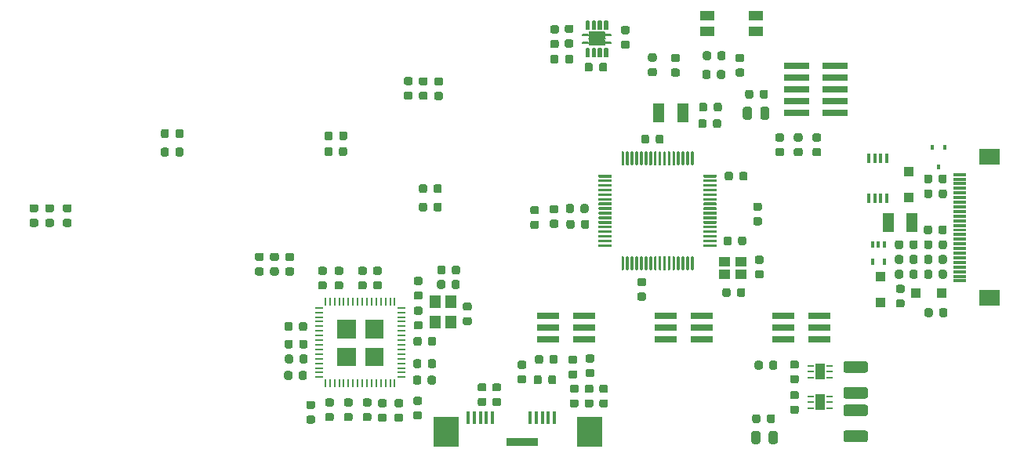
<source format=gtp>
G04 #@! TF.GenerationSoftware,KiCad,Pcbnew,(5.1.9-0-10_14)*
G04 #@! TF.CreationDate,2021-02-19T17:06:03+01:00*
G04 #@! TF.ProjectId,base-plane,62617365-2d70-46c6-916e-652e6b696361,rev?*
G04 #@! TF.SameCoordinates,Original*
G04 #@! TF.FileFunction,Paste,Top*
G04 #@! TF.FilePolarity,Positive*
%FSLAX46Y46*%
G04 Gerber Fmt 4.6, Leading zero omitted, Abs format (unit mm)*
G04 Created by KiCad (PCBNEW (5.1.9-0-10_14)) date 2021-02-19 17:06:03*
%MOMM*%
%LPD*%
G01*
G04 APERTURE LIST*
%ADD10C,0.152400*%
%ADD11C,0.010000*%
%ADD12R,0.400000X1.100000*%
%ADD13R,1.100000X1.100000*%
%ADD14R,0.400000X0.650000*%
%ADD15R,2.400000X0.740000*%
%ADD16R,1.150000X1.000000*%
%ADD17R,1.200000X1.400000*%
%ADD18R,1.750000X1.500000*%
%ADD19R,0.350000X0.850000*%
%ADD20R,0.260000X0.860000*%
%ADD21R,0.860000X0.260000*%
%ADD22R,0.990600X1.701800*%
%ADD23R,0.660400X0.254000*%
%ADD24R,1.550000X1.000000*%
%ADD25R,0.399999X0.599999*%
%ADD26R,1.250000X2.000000*%
%ADD27R,2.200000X1.800000*%
%ADD28R,2.790000X0.740000*%
%ADD29R,0.400000X1.350000*%
%ADD30R,2.750000X3.300000*%
%ADD31R,3.400000X0.950000*%
G04 APERTURE END LIST*
D10*
G04 #@! TO.C,U5*
X172117908Y-71734093D02*
X171817693Y-71734093D01*
X171817693Y-71734093D02*
X171817693Y-72534308D01*
X171817693Y-72534308D02*
X172117908Y-72534308D01*
X172117908Y-72534308D02*
X172117908Y-71734093D01*
X171467907Y-71734093D02*
X171167692Y-71734093D01*
X171167692Y-71734093D02*
X171167692Y-72534308D01*
X171167692Y-72534308D02*
X171467907Y-72534308D01*
X171467907Y-72534308D02*
X171467907Y-71734093D01*
X170817908Y-71734093D02*
X170517693Y-71734093D01*
X170517693Y-71734093D02*
X170517693Y-72534308D01*
X170517693Y-72534308D02*
X170817908Y-72534308D01*
X170817908Y-72534308D02*
X170817908Y-71734093D01*
X170167907Y-71734093D02*
X169867692Y-71734093D01*
X169867692Y-71734093D02*
X169867692Y-72534308D01*
X169867692Y-72534308D02*
X170167907Y-72534308D01*
X170167907Y-72534308D02*
X170167907Y-71734093D01*
X170167907Y-74684092D02*
X169867692Y-74684092D01*
X169867692Y-74684092D02*
X169867692Y-75484307D01*
X169867692Y-75484307D02*
X170167907Y-75484307D01*
X170167907Y-75484307D02*
X170167907Y-74684092D01*
X170817908Y-74684092D02*
X170517693Y-74684092D01*
X170517693Y-74684092D02*
X170517693Y-75484307D01*
X170517693Y-75484307D02*
X170817908Y-75484307D01*
X170817908Y-75484307D02*
X170817908Y-74684092D01*
X171467907Y-74684092D02*
X171167692Y-74684092D01*
X171167692Y-74684092D02*
X171167692Y-75484307D01*
X171167692Y-75484307D02*
X171467907Y-75484307D01*
X171467907Y-75484307D02*
X171467907Y-74684092D01*
X172117908Y-74684092D02*
X171817693Y-74684092D01*
X171817693Y-74684092D02*
X171817693Y-75484307D01*
X171817693Y-75484307D02*
X172117908Y-75484307D01*
X172117908Y-75484307D02*
X172117908Y-74684092D01*
X171867800Y-73609200D02*
X171867800Y-73609200D01*
X171867800Y-73609200D02*
X171867800Y-73609200D01*
X171867800Y-73609200D02*
X171867800Y-73609200D01*
X171867800Y-73609200D02*
X171867800Y-73609200D01*
X171867800Y-73609200D02*
X171867800Y-73609200D01*
X171867800Y-73609200D02*
X171867800Y-73609200D01*
X171867800Y-73609200D02*
X171867800Y-73609200D01*
X171867800Y-73609200D02*
X171867800Y-73609200D01*
X170117800Y-73609200D02*
X170117800Y-73609200D01*
X170117800Y-73609200D02*
X170117800Y-73609200D01*
X170117800Y-73609200D02*
X170117800Y-73609200D01*
X170117800Y-73609200D02*
X170117800Y-73609200D01*
X170117800Y-73609200D02*
X170117800Y-73609200D01*
X170117800Y-73609200D02*
X170117800Y-73609200D01*
X170117800Y-73609200D02*
X170117800Y-73609200D01*
X170117800Y-73609200D02*
X170117800Y-73609200D01*
X171918600Y-73113200D02*
X172517000Y-73113200D01*
X172517000Y-73113200D02*
X172517000Y-73241600D01*
X172517000Y-73241600D02*
X171918600Y-73241600D01*
X171918600Y-73241600D02*
X171918600Y-73113200D01*
X171918600Y-74105200D02*
X172517000Y-74105200D01*
X172517000Y-74105200D02*
X172517000Y-73976800D01*
X172517000Y-73976800D02*
X171918600Y-73976800D01*
X171918600Y-73976800D02*
X171918600Y-74105200D01*
X170067000Y-74105200D02*
X169468600Y-74105200D01*
X169468600Y-74105200D02*
X169468600Y-73976800D01*
X169468600Y-73976800D02*
X170067000Y-73976800D01*
X170067000Y-73976800D02*
X170067000Y-74105200D01*
X170067000Y-73113200D02*
X169468600Y-73113200D01*
X169468600Y-73113200D02*
X169468600Y-73241600D01*
X169468600Y-73241600D02*
X170067000Y-73241600D01*
X170067000Y-73241600D02*
X170067000Y-73113200D01*
X171792870Y-72934130D02*
X171486500Y-72934130D01*
X171486500Y-72934130D02*
X171486500Y-73367779D01*
X171486500Y-73367779D02*
X171486500Y-73367779D01*
X171486500Y-73367779D02*
X171627921Y-73509200D01*
X171627921Y-73509200D02*
X171627921Y-73509200D01*
X171627921Y-73509200D02*
X171792870Y-73509200D01*
X171792870Y-73509200D02*
X171792870Y-72934130D01*
X171286500Y-72934130D02*
X170699100Y-72934130D01*
X170699100Y-72934130D02*
X170699100Y-73367779D01*
X170699100Y-73367779D02*
X170699100Y-73367779D01*
X170699100Y-73367779D02*
X170840521Y-73509200D01*
X170840521Y-73509200D02*
X170840521Y-73509200D01*
X170840521Y-73509200D02*
X171145079Y-73509200D01*
X171145079Y-73509200D02*
X171145079Y-73509200D01*
X171145079Y-73509200D02*
X171286500Y-73367779D01*
X171286500Y-73367779D02*
X171286500Y-73367779D01*
X171286500Y-73367779D02*
X171286500Y-72934130D01*
X170499100Y-72934130D02*
X170192730Y-72934130D01*
X170192730Y-72934130D02*
X170192730Y-73509200D01*
X170192730Y-73509200D02*
X170357679Y-73509200D01*
X170357679Y-73509200D02*
X170357679Y-73509200D01*
X170357679Y-73509200D02*
X170499100Y-73367779D01*
X170499100Y-73367779D02*
X170499100Y-73367779D01*
X170499100Y-73367779D02*
X170499100Y-72934130D01*
X171792870Y-73709200D02*
X171627921Y-73709200D01*
X171627921Y-73709200D02*
X171627921Y-73709200D01*
X171627921Y-73709200D02*
X171486500Y-73850621D01*
X171486500Y-73850621D02*
X171486500Y-73850621D01*
X171486500Y-73850621D02*
X171486500Y-74284270D01*
X171486500Y-74284270D02*
X171792870Y-74284270D01*
X171792870Y-74284270D02*
X171792870Y-73709200D01*
X171286500Y-73850621D02*
X171286500Y-73850621D01*
X171286500Y-73850621D02*
X171145079Y-73709200D01*
X171145079Y-73709200D02*
X171145079Y-73709200D01*
X171145079Y-73709200D02*
X170840521Y-73709200D01*
X170840521Y-73709200D02*
X170840521Y-73709200D01*
X170840521Y-73709200D02*
X170699100Y-73850621D01*
X170699100Y-73850621D02*
X170699100Y-73850621D01*
X170699100Y-73850621D02*
X170699100Y-74284270D01*
X170699100Y-74284270D02*
X171286500Y-74284270D01*
X171286500Y-74284270D02*
X171286500Y-73850621D01*
X170499100Y-73850621D02*
X170499100Y-73850621D01*
X170499100Y-73850621D02*
X170357679Y-73709200D01*
X170357679Y-73709200D02*
X170357679Y-73709200D01*
X170357679Y-73709200D02*
X170192730Y-73709200D01*
X170192730Y-73709200D02*
X170192730Y-74284270D01*
X170192730Y-74284270D02*
X170499100Y-74284270D01*
X170499100Y-74284270D02*
X170499100Y-73850621D01*
D11*
G04 #@! TO.C,U3*
G36*
X147865000Y-106976000D02*
G01*
X147865000Y-108876000D01*
X145965000Y-108876000D01*
X145965000Y-106976000D01*
X147865000Y-106976000D01*
G37*
X147865000Y-106976000D02*
X147865000Y-108876000D01*
X145965000Y-108876000D01*
X145965000Y-106976000D01*
X147865000Y-106976000D01*
G36*
X147865000Y-103976000D02*
G01*
X147865000Y-105876000D01*
X145965000Y-105876000D01*
X145965000Y-103976000D01*
X147865000Y-103976000D01*
G37*
X147865000Y-103976000D02*
X147865000Y-105876000D01*
X145965000Y-105876000D01*
X145965000Y-103976000D01*
X147865000Y-103976000D01*
G36*
X144865000Y-103976000D02*
G01*
X144865000Y-105876000D01*
X142965000Y-105876000D01*
X142965000Y-103976000D01*
X144865000Y-103976000D01*
G37*
X144865000Y-103976000D02*
X144865000Y-105876000D01*
X142965000Y-105876000D01*
X142965000Y-103976000D01*
X144865000Y-103976000D01*
G36*
X144865000Y-106976000D02*
G01*
X144865000Y-108876000D01*
X142965000Y-108876000D01*
X142965000Y-106976000D01*
X144865000Y-106976000D01*
G37*
X144865000Y-106976000D02*
X144865000Y-108876000D01*
X142965000Y-108876000D01*
X142965000Y-106976000D01*
X144865000Y-106976000D01*
G04 #@! TO.C,J13*
G36*
X209460000Y-88355000D02*
G01*
X209460000Y-88105000D01*
X210760000Y-88105000D01*
X210760000Y-88355000D01*
X209460000Y-88355000D01*
G37*
X209460000Y-88355000D02*
X209460000Y-88105000D01*
X210760000Y-88105000D01*
X210760000Y-88355000D01*
X209460000Y-88355000D01*
G36*
X209460000Y-88855000D02*
G01*
X209460000Y-88605000D01*
X210760000Y-88605000D01*
X210760000Y-88855000D01*
X209460000Y-88855000D01*
G37*
X209460000Y-88855000D02*
X209460000Y-88605000D01*
X210760000Y-88605000D01*
X210760000Y-88855000D01*
X209460000Y-88855000D01*
G36*
X209460000Y-89355000D02*
G01*
X209460000Y-89105000D01*
X210760000Y-89105000D01*
X210760000Y-89355000D01*
X209460000Y-89355000D01*
G37*
X209460000Y-89355000D02*
X209460000Y-89105000D01*
X210760000Y-89105000D01*
X210760000Y-89355000D01*
X209460000Y-89355000D01*
G36*
X209460000Y-89855000D02*
G01*
X209460000Y-89605000D01*
X210760000Y-89605000D01*
X210760000Y-89855000D01*
X209460000Y-89855000D01*
G37*
X209460000Y-89855000D02*
X209460000Y-89605000D01*
X210760000Y-89605000D01*
X210760000Y-89855000D01*
X209460000Y-89855000D01*
G36*
X209460000Y-90355000D02*
G01*
X209460000Y-90105000D01*
X210760000Y-90105000D01*
X210760000Y-90355000D01*
X209460000Y-90355000D01*
G37*
X209460000Y-90355000D02*
X209460000Y-90105000D01*
X210760000Y-90105000D01*
X210760000Y-90355000D01*
X209460000Y-90355000D01*
G36*
X209460000Y-90855000D02*
G01*
X209460000Y-90605000D01*
X210760000Y-90605000D01*
X210760000Y-90855000D01*
X209460000Y-90855000D01*
G37*
X209460000Y-90855000D02*
X209460000Y-90605000D01*
X210760000Y-90605000D01*
X210760000Y-90855000D01*
X209460000Y-90855000D01*
G36*
X209460000Y-91355000D02*
G01*
X209460000Y-91105000D01*
X210760000Y-91105000D01*
X210760000Y-91355000D01*
X209460000Y-91355000D01*
G37*
X209460000Y-91355000D02*
X209460000Y-91105000D01*
X210760000Y-91105000D01*
X210760000Y-91355000D01*
X209460000Y-91355000D01*
G36*
X209460000Y-91855000D02*
G01*
X209460000Y-91605000D01*
X210760000Y-91605000D01*
X210760000Y-91855000D01*
X209460000Y-91855000D01*
G37*
X209460000Y-91855000D02*
X209460000Y-91605000D01*
X210760000Y-91605000D01*
X210760000Y-91855000D01*
X209460000Y-91855000D01*
G36*
X209460000Y-92355000D02*
G01*
X209460000Y-92105000D01*
X210760000Y-92105000D01*
X210760000Y-92355000D01*
X209460000Y-92355000D01*
G37*
X209460000Y-92355000D02*
X209460000Y-92105000D01*
X210760000Y-92105000D01*
X210760000Y-92355000D01*
X209460000Y-92355000D01*
G36*
X209460000Y-92855000D02*
G01*
X209460000Y-92605000D01*
X210760000Y-92605000D01*
X210760000Y-92855000D01*
X209460000Y-92855000D01*
G37*
X209460000Y-92855000D02*
X209460000Y-92605000D01*
X210760000Y-92605000D01*
X210760000Y-92855000D01*
X209460000Y-92855000D01*
G36*
X209460000Y-93355000D02*
G01*
X209460000Y-93105000D01*
X210760000Y-93105000D01*
X210760000Y-93355000D01*
X209460000Y-93355000D01*
G37*
X209460000Y-93355000D02*
X209460000Y-93105000D01*
X210760000Y-93105000D01*
X210760000Y-93355000D01*
X209460000Y-93355000D01*
G36*
X209460000Y-93855000D02*
G01*
X209460000Y-93605000D01*
X210760000Y-93605000D01*
X210760000Y-93855000D01*
X209460000Y-93855000D01*
G37*
X209460000Y-93855000D02*
X209460000Y-93605000D01*
X210760000Y-93605000D01*
X210760000Y-93855000D01*
X209460000Y-93855000D01*
G36*
X209460000Y-94355000D02*
G01*
X209460000Y-94105000D01*
X210760000Y-94105000D01*
X210760000Y-94355000D01*
X209460000Y-94355000D01*
G37*
X209460000Y-94355000D02*
X209460000Y-94105000D01*
X210760000Y-94105000D01*
X210760000Y-94355000D01*
X209460000Y-94355000D01*
G36*
X209460000Y-94855000D02*
G01*
X209460000Y-94605000D01*
X210760000Y-94605000D01*
X210760000Y-94855000D01*
X209460000Y-94855000D01*
G37*
X209460000Y-94855000D02*
X209460000Y-94605000D01*
X210760000Y-94605000D01*
X210760000Y-94855000D01*
X209460000Y-94855000D01*
G36*
X209460000Y-95355000D02*
G01*
X209460000Y-95105000D01*
X210760000Y-95105000D01*
X210760000Y-95355000D01*
X209460000Y-95355000D01*
G37*
X209460000Y-95355000D02*
X209460000Y-95105000D01*
X210760000Y-95105000D01*
X210760000Y-95355000D01*
X209460000Y-95355000D01*
G36*
X209460000Y-95855000D02*
G01*
X209460000Y-95605000D01*
X210760000Y-95605000D01*
X210760000Y-95855000D01*
X209460000Y-95855000D01*
G37*
X209460000Y-95855000D02*
X209460000Y-95605000D01*
X210760000Y-95605000D01*
X210760000Y-95855000D01*
X209460000Y-95855000D01*
G36*
X209460000Y-96355000D02*
G01*
X209460000Y-96105000D01*
X210760000Y-96105000D01*
X210760000Y-96355000D01*
X209460000Y-96355000D01*
G37*
X209460000Y-96355000D02*
X209460000Y-96105000D01*
X210760000Y-96105000D01*
X210760000Y-96355000D01*
X209460000Y-96355000D01*
G36*
X209460000Y-96855000D02*
G01*
X209460000Y-96605000D01*
X210760000Y-96605000D01*
X210760000Y-96855000D01*
X209460000Y-96855000D01*
G37*
X209460000Y-96855000D02*
X209460000Y-96605000D01*
X210760000Y-96605000D01*
X210760000Y-96855000D01*
X209460000Y-96855000D01*
G36*
X209460000Y-97355000D02*
G01*
X209460000Y-97105000D01*
X210760000Y-97105000D01*
X210760000Y-97355000D01*
X209460000Y-97355000D01*
G37*
X209460000Y-97355000D02*
X209460000Y-97105000D01*
X210760000Y-97105000D01*
X210760000Y-97355000D01*
X209460000Y-97355000D01*
G36*
X209460000Y-97855000D02*
G01*
X209460000Y-97605000D01*
X210760000Y-97605000D01*
X210760000Y-97855000D01*
X209460000Y-97855000D01*
G37*
X209460000Y-97855000D02*
X209460000Y-97605000D01*
X210760000Y-97605000D01*
X210760000Y-97855000D01*
X209460000Y-97855000D01*
G36*
X209460000Y-98355000D02*
G01*
X209460000Y-98105000D01*
X210760000Y-98105000D01*
X210760000Y-98355000D01*
X209460000Y-98355000D01*
G37*
X209460000Y-98355000D02*
X209460000Y-98105000D01*
X210760000Y-98105000D01*
X210760000Y-98355000D01*
X209460000Y-98355000D01*
G36*
X209460000Y-98855000D02*
G01*
X209460000Y-98605000D01*
X210760000Y-98605000D01*
X210760000Y-98855000D01*
X209460000Y-98855000D01*
G37*
X209460000Y-98855000D02*
X209460000Y-98605000D01*
X210760000Y-98605000D01*
X210760000Y-98855000D01*
X209460000Y-98855000D01*
G36*
X209460000Y-99355000D02*
G01*
X209460000Y-99105000D01*
X210760000Y-99105000D01*
X210760000Y-99355000D01*
X209460000Y-99355000D01*
G37*
X209460000Y-99355000D02*
X209460000Y-99105000D01*
X210760000Y-99105000D01*
X210760000Y-99355000D01*
X209460000Y-99355000D01*
G36*
X209460000Y-99855000D02*
G01*
X209460000Y-99605000D01*
X210760000Y-99605000D01*
X210760000Y-99855000D01*
X209460000Y-99855000D01*
G37*
X209460000Y-99855000D02*
X209460000Y-99605000D01*
X210760000Y-99605000D01*
X210760000Y-99855000D01*
X209460000Y-99855000D01*
G04 #@! TD*
D12*
G04 #@! TO.C,U6*
X200350000Y-86550000D03*
X201000000Y-86550000D03*
X201650000Y-86550000D03*
X202300000Y-86550000D03*
X202300000Y-90850000D03*
X201650000Y-90850000D03*
X201000000Y-90850000D03*
X200350000Y-90850000D03*
G04 #@! TD*
G04 #@! TO.C,C16*
G36*
G01*
X153643750Y-79362500D02*
X154156250Y-79362500D01*
G75*
G02*
X154375000Y-79581250I0J-218750D01*
G01*
X154375000Y-80018750D01*
G75*
G02*
X154156250Y-80237500I-218750J0D01*
G01*
X153643750Y-80237500D01*
G75*
G02*
X153425000Y-80018750I0J218750D01*
G01*
X153425000Y-79581250D01*
G75*
G02*
X153643750Y-79362500I218750J0D01*
G01*
G37*
G36*
G01*
X153643750Y-77787500D02*
X154156250Y-77787500D01*
G75*
G02*
X154375000Y-78006250I0J-218750D01*
G01*
X154375000Y-78443750D01*
G75*
G02*
X154156250Y-78662500I-218750J0D01*
G01*
X153643750Y-78662500D01*
G75*
G02*
X153425000Y-78443750I0J218750D01*
G01*
X153425000Y-78006250D01*
G75*
G02*
X153643750Y-77787500I218750J0D01*
G01*
G37*
G04 #@! TD*
G04 #@! TO.C,C55*
G36*
G01*
X204006250Y-101062500D02*
X203493750Y-101062500D01*
G75*
G02*
X203275000Y-100843750I0J218750D01*
G01*
X203275000Y-100406250D01*
G75*
G02*
X203493750Y-100187500I218750J0D01*
G01*
X204006250Y-100187500D01*
G75*
G02*
X204225000Y-100406250I0J-218750D01*
G01*
X204225000Y-100843750D01*
G75*
G02*
X204006250Y-101062500I-218750J0D01*
G01*
G37*
G36*
G01*
X204006250Y-102637500D02*
X203493750Y-102637500D01*
G75*
G02*
X203275000Y-102418750I0J218750D01*
G01*
X203275000Y-101981250D01*
G75*
G02*
X203493750Y-101762500I218750J0D01*
G01*
X204006250Y-101762500D01*
G75*
G02*
X204225000Y-101981250I0J-218750D01*
G01*
X204225000Y-102418750D01*
G75*
G02*
X204006250Y-102637500I-218750J0D01*
G01*
G37*
G04 #@! TD*
D13*
G04 #@! TO.C,D4*
X208250000Y-101100000D03*
X205450000Y-101100000D03*
G04 #@! TD*
D14*
G04 #@! TO.C,U7*
X202050000Y-97700000D03*
X200750000Y-97700000D03*
X201400000Y-95800000D03*
X200750000Y-95800000D03*
X202050000Y-95800000D03*
G04 #@! TD*
G04 #@! TO.C,C53*
G36*
G01*
X207212500Y-95593750D02*
X207212500Y-96106250D01*
G75*
G02*
X206993750Y-96325000I-218750J0D01*
G01*
X206556250Y-96325000D01*
G75*
G02*
X206337500Y-96106250I0J218750D01*
G01*
X206337500Y-95593750D01*
G75*
G02*
X206556250Y-95375000I218750J0D01*
G01*
X206993750Y-95375000D01*
G75*
G02*
X207212500Y-95593750I0J-218750D01*
G01*
G37*
G36*
G01*
X208787500Y-95593750D02*
X208787500Y-96106250D01*
G75*
G02*
X208568750Y-96325000I-218750J0D01*
G01*
X208131250Y-96325000D01*
G75*
G02*
X207912500Y-96106250I0J218750D01*
G01*
X207912500Y-95593750D01*
G75*
G02*
X208131250Y-95375000I218750J0D01*
G01*
X208568750Y-95375000D01*
G75*
G02*
X208787500Y-95593750I0J-218750D01*
G01*
G37*
G04 #@! TD*
G04 #@! TO.C,C63*
G36*
G01*
X138105500Y-109725750D02*
X138105500Y-110238250D01*
G75*
G02*
X137886750Y-110457000I-218750J0D01*
G01*
X137449250Y-110457000D01*
G75*
G02*
X137230500Y-110238250I0J218750D01*
G01*
X137230500Y-109725750D01*
G75*
G02*
X137449250Y-109507000I218750J0D01*
G01*
X137886750Y-109507000D01*
G75*
G02*
X138105500Y-109725750I0J-218750D01*
G01*
G37*
G36*
G01*
X139680500Y-109725750D02*
X139680500Y-110238250D01*
G75*
G02*
X139461750Y-110457000I-218750J0D01*
G01*
X139024250Y-110457000D01*
G75*
G02*
X138805500Y-110238250I0J218750D01*
G01*
X138805500Y-109725750D01*
G75*
G02*
X139024250Y-109507000I218750J0D01*
G01*
X139461750Y-109507000D01*
G75*
G02*
X139680500Y-109725750I0J-218750D01*
G01*
G37*
G04 #@! TD*
D15*
G04 #@! TO.C,J6*
X191090000Y-103505000D03*
X194990000Y-103505000D03*
X191090000Y-104775000D03*
X194990000Y-104775000D03*
X191090000Y-106045000D03*
X194990000Y-106045000D03*
G04 #@! TD*
G04 #@! TO.C,J5*
X178390000Y-103537000D03*
X182290000Y-103537000D03*
X178390000Y-104807000D03*
X182290000Y-104807000D03*
X178390000Y-106077000D03*
X182290000Y-106077000D03*
G04 #@! TD*
G04 #@! TO.C,J4*
X165690000Y-103537000D03*
X169590000Y-103537000D03*
X165690000Y-104807000D03*
X169590000Y-104807000D03*
X165690000Y-106077000D03*
X169590000Y-106077000D03*
G04 #@! TD*
D16*
G04 #@! TO.C,Y2*
X186535000Y-99060000D03*
X184785000Y-99060000D03*
X184785000Y-97660000D03*
X186535000Y-97660000D03*
G04 #@! TD*
D17*
G04 #@! TO.C,Y1*
X155200000Y-102050000D03*
X155200000Y-104250000D03*
X153500000Y-104250000D03*
X153500000Y-102050000D03*
G04 #@! TD*
D18*
G04 #@! TO.C,U5*
X170992800Y-73609200D03*
D19*
X171967799Y-75084201D03*
X171317801Y-75084201D03*
X170667799Y-75084201D03*
X170017801Y-75084201D03*
X170017801Y-72134199D03*
X170667799Y-72134199D03*
X171317801Y-72134199D03*
X171967799Y-72134199D03*
G04 #@! TD*
G04 #@! TO.C,U4*
G36*
G01*
X173646000Y-87202000D02*
X173646000Y-85877000D01*
G75*
G02*
X173721000Y-85802000I75000J0D01*
G01*
X173871000Y-85802000D01*
G75*
G02*
X173946000Y-85877000I0J-75000D01*
G01*
X173946000Y-87202000D01*
G75*
G02*
X173871000Y-87277000I-75000J0D01*
G01*
X173721000Y-87277000D01*
G75*
G02*
X173646000Y-87202000I0J75000D01*
G01*
G37*
G36*
G01*
X174146000Y-87202000D02*
X174146000Y-85877000D01*
G75*
G02*
X174221000Y-85802000I75000J0D01*
G01*
X174371000Y-85802000D01*
G75*
G02*
X174446000Y-85877000I0J-75000D01*
G01*
X174446000Y-87202000D01*
G75*
G02*
X174371000Y-87277000I-75000J0D01*
G01*
X174221000Y-87277000D01*
G75*
G02*
X174146000Y-87202000I0J75000D01*
G01*
G37*
G36*
G01*
X174646000Y-87202000D02*
X174646000Y-85877000D01*
G75*
G02*
X174721000Y-85802000I75000J0D01*
G01*
X174871000Y-85802000D01*
G75*
G02*
X174946000Y-85877000I0J-75000D01*
G01*
X174946000Y-87202000D01*
G75*
G02*
X174871000Y-87277000I-75000J0D01*
G01*
X174721000Y-87277000D01*
G75*
G02*
X174646000Y-87202000I0J75000D01*
G01*
G37*
G36*
G01*
X175146000Y-87202000D02*
X175146000Y-85877000D01*
G75*
G02*
X175221000Y-85802000I75000J0D01*
G01*
X175371000Y-85802000D01*
G75*
G02*
X175446000Y-85877000I0J-75000D01*
G01*
X175446000Y-87202000D01*
G75*
G02*
X175371000Y-87277000I-75000J0D01*
G01*
X175221000Y-87277000D01*
G75*
G02*
X175146000Y-87202000I0J75000D01*
G01*
G37*
G36*
G01*
X175646000Y-87202000D02*
X175646000Y-85877000D01*
G75*
G02*
X175721000Y-85802000I75000J0D01*
G01*
X175871000Y-85802000D01*
G75*
G02*
X175946000Y-85877000I0J-75000D01*
G01*
X175946000Y-87202000D01*
G75*
G02*
X175871000Y-87277000I-75000J0D01*
G01*
X175721000Y-87277000D01*
G75*
G02*
X175646000Y-87202000I0J75000D01*
G01*
G37*
G36*
G01*
X176146000Y-87202000D02*
X176146000Y-85877000D01*
G75*
G02*
X176221000Y-85802000I75000J0D01*
G01*
X176371000Y-85802000D01*
G75*
G02*
X176446000Y-85877000I0J-75000D01*
G01*
X176446000Y-87202000D01*
G75*
G02*
X176371000Y-87277000I-75000J0D01*
G01*
X176221000Y-87277000D01*
G75*
G02*
X176146000Y-87202000I0J75000D01*
G01*
G37*
G36*
G01*
X176646000Y-87202000D02*
X176646000Y-85877000D01*
G75*
G02*
X176721000Y-85802000I75000J0D01*
G01*
X176871000Y-85802000D01*
G75*
G02*
X176946000Y-85877000I0J-75000D01*
G01*
X176946000Y-87202000D01*
G75*
G02*
X176871000Y-87277000I-75000J0D01*
G01*
X176721000Y-87277000D01*
G75*
G02*
X176646000Y-87202000I0J75000D01*
G01*
G37*
G36*
G01*
X177146000Y-87202000D02*
X177146000Y-85877000D01*
G75*
G02*
X177221000Y-85802000I75000J0D01*
G01*
X177371000Y-85802000D01*
G75*
G02*
X177446000Y-85877000I0J-75000D01*
G01*
X177446000Y-87202000D01*
G75*
G02*
X177371000Y-87277000I-75000J0D01*
G01*
X177221000Y-87277000D01*
G75*
G02*
X177146000Y-87202000I0J75000D01*
G01*
G37*
G36*
G01*
X177646000Y-87202000D02*
X177646000Y-85877000D01*
G75*
G02*
X177721000Y-85802000I75000J0D01*
G01*
X177871000Y-85802000D01*
G75*
G02*
X177946000Y-85877000I0J-75000D01*
G01*
X177946000Y-87202000D01*
G75*
G02*
X177871000Y-87277000I-75000J0D01*
G01*
X177721000Y-87277000D01*
G75*
G02*
X177646000Y-87202000I0J75000D01*
G01*
G37*
G36*
G01*
X178146000Y-87202000D02*
X178146000Y-85877000D01*
G75*
G02*
X178221000Y-85802000I75000J0D01*
G01*
X178371000Y-85802000D01*
G75*
G02*
X178446000Y-85877000I0J-75000D01*
G01*
X178446000Y-87202000D01*
G75*
G02*
X178371000Y-87277000I-75000J0D01*
G01*
X178221000Y-87277000D01*
G75*
G02*
X178146000Y-87202000I0J75000D01*
G01*
G37*
G36*
G01*
X178646000Y-87202000D02*
X178646000Y-85877000D01*
G75*
G02*
X178721000Y-85802000I75000J0D01*
G01*
X178871000Y-85802000D01*
G75*
G02*
X178946000Y-85877000I0J-75000D01*
G01*
X178946000Y-87202000D01*
G75*
G02*
X178871000Y-87277000I-75000J0D01*
G01*
X178721000Y-87277000D01*
G75*
G02*
X178646000Y-87202000I0J75000D01*
G01*
G37*
G36*
G01*
X179146000Y-87202000D02*
X179146000Y-85877000D01*
G75*
G02*
X179221000Y-85802000I75000J0D01*
G01*
X179371000Y-85802000D01*
G75*
G02*
X179446000Y-85877000I0J-75000D01*
G01*
X179446000Y-87202000D01*
G75*
G02*
X179371000Y-87277000I-75000J0D01*
G01*
X179221000Y-87277000D01*
G75*
G02*
X179146000Y-87202000I0J75000D01*
G01*
G37*
G36*
G01*
X179646000Y-87202000D02*
X179646000Y-85877000D01*
G75*
G02*
X179721000Y-85802000I75000J0D01*
G01*
X179871000Y-85802000D01*
G75*
G02*
X179946000Y-85877000I0J-75000D01*
G01*
X179946000Y-87202000D01*
G75*
G02*
X179871000Y-87277000I-75000J0D01*
G01*
X179721000Y-87277000D01*
G75*
G02*
X179646000Y-87202000I0J75000D01*
G01*
G37*
G36*
G01*
X180146000Y-87202000D02*
X180146000Y-85877000D01*
G75*
G02*
X180221000Y-85802000I75000J0D01*
G01*
X180371000Y-85802000D01*
G75*
G02*
X180446000Y-85877000I0J-75000D01*
G01*
X180446000Y-87202000D01*
G75*
G02*
X180371000Y-87277000I-75000J0D01*
G01*
X180221000Y-87277000D01*
G75*
G02*
X180146000Y-87202000I0J75000D01*
G01*
G37*
G36*
G01*
X180646000Y-87202000D02*
X180646000Y-85877000D01*
G75*
G02*
X180721000Y-85802000I75000J0D01*
G01*
X180871000Y-85802000D01*
G75*
G02*
X180946000Y-85877000I0J-75000D01*
G01*
X180946000Y-87202000D01*
G75*
G02*
X180871000Y-87277000I-75000J0D01*
G01*
X180721000Y-87277000D01*
G75*
G02*
X180646000Y-87202000I0J75000D01*
G01*
G37*
G36*
G01*
X181146000Y-87202000D02*
X181146000Y-85877000D01*
G75*
G02*
X181221000Y-85802000I75000J0D01*
G01*
X181371000Y-85802000D01*
G75*
G02*
X181446000Y-85877000I0J-75000D01*
G01*
X181446000Y-87202000D01*
G75*
G02*
X181371000Y-87277000I-75000J0D01*
G01*
X181221000Y-87277000D01*
G75*
G02*
X181146000Y-87202000I0J75000D01*
G01*
G37*
G36*
G01*
X182471000Y-88527000D02*
X182471000Y-88377000D01*
G75*
G02*
X182546000Y-88302000I75000J0D01*
G01*
X183871000Y-88302000D01*
G75*
G02*
X183946000Y-88377000I0J-75000D01*
G01*
X183946000Y-88527000D01*
G75*
G02*
X183871000Y-88602000I-75000J0D01*
G01*
X182546000Y-88602000D01*
G75*
G02*
X182471000Y-88527000I0J75000D01*
G01*
G37*
G36*
G01*
X182471000Y-89027000D02*
X182471000Y-88877000D01*
G75*
G02*
X182546000Y-88802000I75000J0D01*
G01*
X183871000Y-88802000D01*
G75*
G02*
X183946000Y-88877000I0J-75000D01*
G01*
X183946000Y-89027000D01*
G75*
G02*
X183871000Y-89102000I-75000J0D01*
G01*
X182546000Y-89102000D01*
G75*
G02*
X182471000Y-89027000I0J75000D01*
G01*
G37*
G36*
G01*
X182471000Y-89527000D02*
X182471000Y-89377000D01*
G75*
G02*
X182546000Y-89302000I75000J0D01*
G01*
X183871000Y-89302000D01*
G75*
G02*
X183946000Y-89377000I0J-75000D01*
G01*
X183946000Y-89527000D01*
G75*
G02*
X183871000Y-89602000I-75000J0D01*
G01*
X182546000Y-89602000D01*
G75*
G02*
X182471000Y-89527000I0J75000D01*
G01*
G37*
G36*
G01*
X182471000Y-90027000D02*
X182471000Y-89877000D01*
G75*
G02*
X182546000Y-89802000I75000J0D01*
G01*
X183871000Y-89802000D01*
G75*
G02*
X183946000Y-89877000I0J-75000D01*
G01*
X183946000Y-90027000D01*
G75*
G02*
X183871000Y-90102000I-75000J0D01*
G01*
X182546000Y-90102000D01*
G75*
G02*
X182471000Y-90027000I0J75000D01*
G01*
G37*
G36*
G01*
X182471000Y-90527000D02*
X182471000Y-90377000D01*
G75*
G02*
X182546000Y-90302000I75000J0D01*
G01*
X183871000Y-90302000D01*
G75*
G02*
X183946000Y-90377000I0J-75000D01*
G01*
X183946000Y-90527000D01*
G75*
G02*
X183871000Y-90602000I-75000J0D01*
G01*
X182546000Y-90602000D01*
G75*
G02*
X182471000Y-90527000I0J75000D01*
G01*
G37*
G36*
G01*
X182471000Y-91027000D02*
X182471000Y-90877000D01*
G75*
G02*
X182546000Y-90802000I75000J0D01*
G01*
X183871000Y-90802000D01*
G75*
G02*
X183946000Y-90877000I0J-75000D01*
G01*
X183946000Y-91027000D01*
G75*
G02*
X183871000Y-91102000I-75000J0D01*
G01*
X182546000Y-91102000D01*
G75*
G02*
X182471000Y-91027000I0J75000D01*
G01*
G37*
G36*
G01*
X182471000Y-91527000D02*
X182471000Y-91377000D01*
G75*
G02*
X182546000Y-91302000I75000J0D01*
G01*
X183871000Y-91302000D01*
G75*
G02*
X183946000Y-91377000I0J-75000D01*
G01*
X183946000Y-91527000D01*
G75*
G02*
X183871000Y-91602000I-75000J0D01*
G01*
X182546000Y-91602000D01*
G75*
G02*
X182471000Y-91527000I0J75000D01*
G01*
G37*
G36*
G01*
X182471000Y-92027000D02*
X182471000Y-91877000D01*
G75*
G02*
X182546000Y-91802000I75000J0D01*
G01*
X183871000Y-91802000D01*
G75*
G02*
X183946000Y-91877000I0J-75000D01*
G01*
X183946000Y-92027000D01*
G75*
G02*
X183871000Y-92102000I-75000J0D01*
G01*
X182546000Y-92102000D01*
G75*
G02*
X182471000Y-92027000I0J75000D01*
G01*
G37*
G36*
G01*
X182471000Y-92527000D02*
X182471000Y-92377000D01*
G75*
G02*
X182546000Y-92302000I75000J0D01*
G01*
X183871000Y-92302000D01*
G75*
G02*
X183946000Y-92377000I0J-75000D01*
G01*
X183946000Y-92527000D01*
G75*
G02*
X183871000Y-92602000I-75000J0D01*
G01*
X182546000Y-92602000D01*
G75*
G02*
X182471000Y-92527000I0J75000D01*
G01*
G37*
G36*
G01*
X182471000Y-93027000D02*
X182471000Y-92877000D01*
G75*
G02*
X182546000Y-92802000I75000J0D01*
G01*
X183871000Y-92802000D01*
G75*
G02*
X183946000Y-92877000I0J-75000D01*
G01*
X183946000Y-93027000D01*
G75*
G02*
X183871000Y-93102000I-75000J0D01*
G01*
X182546000Y-93102000D01*
G75*
G02*
X182471000Y-93027000I0J75000D01*
G01*
G37*
G36*
G01*
X182471000Y-93527000D02*
X182471000Y-93377000D01*
G75*
G02*
X182546000Y-93302000I75000J0D01*
G01*
X183871000Y-93302000D01*
G75*
G02*
X183946000Y-93377000I0J-75000D01*
G01*
X183946000Y-93527000D01*
G75*
G02*
X183871000Y-93602000I-75000J0D01*
G01*
X182546000Y-93602000D01*
G75*
G02*
X182471000Y-93527000I0J75000D01*
G01*
G37*
G36*
G01*
X182471000Y-94027000D02*
X182471000Y-93877000D01*
G75*
G02*
X182546000Y-93802000I75000J0D01*
G01*
X183871000Y-93802000D01*
G75*
G02*
X183946000Y-93877000I0J-75000D01*
G01*
X183946000Y-94027000D01*
G75*
G02*
X183871000Y-94102000I-75000J0D01*
G01*
X182546000Y-94102000D01*
G75*
G02*
X182471000Y-94027000I0J75000D01*
G01*
G37*
G36*
G01*
X182471000Y-94527000D02*
X182471000Y-94377000D01*
G75*
G02*
X182546000Y-94302000I75000J0D01*
G01*
X183871000Y-94302000D01*
G75*
G02*
X183946000Y-94377000I0J-75000D01*
G01*
X183946000Y-94527000D01*
G75*
G02*
X183871000Y-94602000I-75000J0D01*
G01*
X182546000Y-94602000D01*
G75*
G02*
X182471000Y-94527000I0J75000D01*
G01*
G37*
G36*
G01*
X182471000Y-95027000D02*
X182471000Y-94877000D01*
G75*
G02*
X182546000Y-94802000I75000J0D01*
G01*
X183871000Y-94802000D01*
G75*
G02*
X183946000Y-94877000I0J-75000D01*
G01*
X183946000Y-95027000D01*
G75*
G02*
X183871000Y-95102000I-75000J0D01*
G01*
X182546000Y-95102000D01*
G75*
G02*
X182471000Y-95027000I0J75000D01*
G01*
G37*
G36*
G01*
X182471000Y-95527000D02*
X182471000Y-95377000D01*
G75*
G02*
X182546000Y-95302000I75000J0D01*
G01*
X183871000Y-95302000D01*
G75*
G02*
X183946000Y-95377000I0J-75000D01*
G01*
X183946000Y-95527000D01*
G75*
G02*
X183871000Y-95602000I-75000J0D01*
G01*
X182546000Y-95602000D01*
G75*
G02*
X182471000Y-95527000I0J75000D01*
G01*
G37*
G36*
G01*
X182471000Y-96027000D02*
X182471000Y-95877000D01*
G75*
G02*
X182546000Y-95802000I75000J0D01*
G01*
X183871000Y-95802000D01*
G75*
G02*
X183946000Y-95877000I0J-75000D01*
G01*
X183946000Y-96027000D01*
G75*
G02*
X183871000Y-96102000I-75000J0D01*
G01*
X182546000Y-96102000D01*
G75*
G02*
X182471000Y-96027000I0J75000D01*
G01*
G37*
G36*
G01*
X181146000Y-98527000D02*
X181146000Y-97202000D01*
G75*
G02*
X181221000Y-97127000I75000J0D01*
G01*
X181371000Y-97127000D01*
G75*
G02*
X181446000Y-97202000I0J-75000D01*
G01*
X181446000Y-98527000D01*
G75*
G02*
X181371000Y-98602000I-75000J0D01*
G01*
X181221000Y-98602000D01*
G75*
G02*
X181146000Y-98527000I0J75000D01*
G01*
G37*
G36*
G01*
X180646000Y-98527000D02*
X180646000Y-97202000D01*
G75*
G02*
X180721000Y-97127000I75000J0D01*
G01*
X180871000Y-97127000D01*
G75*
G02*
X180946000Y-97202000I0J-75000D01*
G01*
X180946000Y-98527000D01*
G75*
G02*
X180871000Y-98602000I-75000J0D01*
G01*
X180721000Y-98602000D01*
G75*
G02*
X180646000Y-98527000I0J75000D01*
G01*
G37*
G36*
G01*
X180146000Y-98527000D02*
X180146000Y-97202000D01*
G75*
G02*
X180221000Y-97127000I75000J0D01*
G01*
X180371000Y-97127000D01*
G75*
G02*
X180446000Y-97202000I0J-75000D01*
G01*
X180446000Y-98527000D01*
G75*
G02*
X180371000Y-98602000I-75000J0D01*
G01*
X180221000Y-98602000D01*
G75*
G02*
X180146000Y-98527000I0J75000D01*
G01*
G37*
G36*
G01*
X179646000Y-98527000D02*
X179646000Y-97202000D01*
G75*
G02*
X179721000Y-97127000I75000J0D01*
G01*
X179871000Y-97127000D01*
G75*
G02*
X179946000Y-97202000I0J-75000D01*
G01*
X179946000Y-98527000D01*
G75*
G02*
X179871000Y-98602000I-75000J0D01*
G01*
X179721000Y-98602000D01*
G75*
G02*
X179646000Y-98527000I0J75000D01*
G01*
G37*
G36*
G01*
X179146000Y-98527000D02*
X179146000Y-97202000D01*
G75*
G02*
X179221000Y-97127000I75000J0D01*
G01*
X179371000Y-97127000D01*
G75*
G02*
X179446000Y-97202000I0J-75000D01*
G01*
X179446000Y-98527000D01*
G75*
G02*
X179371000Y-98602000I-75000J0D01*
G01*
X179221000Y-98602000D01*
G75*
G02*
X179146000Y-98527000I0J75000D01*
G01*
G37*
G36*
G01*
X178646000Y-98527000D02*
X178646000Y-97202000D01*
G75*
G02*
X178721000Y-97127000I75000J0D01*
G01*
X178871000Y-97127000D01*
G75*
G02*
X178946000Y-97202000I0J-75000D01*
G01*
X178946000Y-98527000D01*
G75*
G02*
X178871000Y-98602000I-75000J0D01*
G01*
X178721000Y-98602000D01*
G75*
G02*
X178646000Y-98527000I0J75000D01*
G01*
G37*
G36*
G01*
X178146000Y-98527000D02*
X178146000Y-97202000D01*
G75*
G02*
X178221000Y-97127000I75000J0D01*
G01*
X178371000Y-97127000D01*
G75*
G02*
X178446000Y-97202000I0J-75000D01*
G01*
X178446000Y-98527000D01*
G75*
G02*
X178371000Y-98602000I-75000J0D01*
G01*
X178221000Y-98602000D01*
G75*
G02*
X178146000Y-98527000I0J75000D01*
G01*
G37*
G36*
G01*
X177646000Y-98527000D02*
X177646000Y-97202000D01*
G75*
G02*
X177721000Y-97127000I75000J0D01*
G01*
X177871000Y-97127000D01*
G75*
G02*
X177946000Y-97202000I0J-75000D01*
G01*
X177946000Y-98527000D01*
G75*
G02*
X177871000Y-98602000I-75000J0D01*
G01*
X177721000Y-98602000D01*
G75*
G02*
X177646000Y-98527000I0J75000D01*
G01*
G37*
G36*
G01*
X177146000Y-98527000D02*
X177146000Y-97202000D01*
G75*
G02*
X177221000Y-97127000I75000J0D01*
G01*
X177371000Y-97127000D01*
G75*
G02*
X177446000Y-97202000I0J-75000D01*
G01*
X177446000Y-98527000D01*
G75*
G02*
X177371000Y-98602000I-75000J0D01*
G01*
X177221000Y-98602000D01*
G75*
G02*
X177146000Y-98527000I0J75000D01*
G01*
G37*
G36*
G01*
X176646000Y-98527000D02*
X176646000Y-97202000D01*
G75*
G02*
X176721000Y-97127000I75000J0D01*
G01*
X176871000Y-97127000D01*
G75*
G02*
X176946000Y-97202000I0J-75000D01*
G01*
X176946000Y-98527000D01*
G75*
G02*
X176871000Y-98602000I-75000J0D01*
G01*
X176721000Y-98602000D01*
G75*
G02*
X176646000Y-98527000I0J75000D01*
G01*
G37*
G36*
G01*
X176146000Y-98527000D02*
X176146000Y-97202000D01*
G75*
G02*
X176221000Y-97127000I75000J0D01*
G01*
X176371000Y-97127000D01*
G75*
G02*
X176446000Y-97202000I0J-75000D01*
G01*
X176446000Y-98527000D01*
G75*
G02*
X176371000Y-98602000I-75000J0D01*
G01*
X176221000Y-98602000D01*
G75*
G02*
X176146000Y-98527000I0J75000D01*
G01*
G37*
G36*
G01*
X175646000Y-98527000D02*
X175646000Y-97202000D01*
G75*
G02*
X175721000Y-97127000I75000J0D01*
G01*
X175871000Y-97127000D01*
G75*
G02*
X175946000Y-97202000I0J-75000D01*
G01*
X175946000Y-98527000D01*
G75*
G02*
X175871000Y-98602000I-75000J0D01*
G01*
X175721000Y-98602000D01*
G75*
G02*
X175646000Y-98527000I0J75000D01*
G01*
G37*
G36*
G01*
X175146000Y-98527000D02*
X175146000Y-97202000D01*
G75*
G02*
X175221000Y-97127000I75000J0D01*
G01*
X175371000Y-97127000D01*
G75*
G02*
X175446000Y-97202000I0J-75000D01*
G01*
X175446000Y-98527000D01*
G75*
G02*
X175371000Y-98602000I-75000J0D01*
G01*
X175221000Y-98602000D01*
G75*
G02*
X175146000Y-98527000I0J75000D01*
G01*
G37*
G36*
G01*
X174646000Y-98527000D02*
X174646000Y-97202000D01*
G75*
G02*
X174721000Y-97127000I75000J0D01*
G01*
X174871000Y-97127000D01*
G75*
G02*
X174946000Y-97202000I0J-75000D01*
G01*
X174946000Y-98527000D01*
G75*
G02*
X174871000Y-98602000I-75000J0D01*
G01*
X174721000Y-98602000D01*
G75*
G02*
X174646000Y-98527000I0J75000D01*
G01*
G37*
G36*
G01*
X174146000Y-98527000D02*
X174146000Y-97202000D01*
G75*
G02*
X174221000Y-97127000I75000J0D01*
G01*
X174371000Y-97127000D01*
G75*
G02*
X174446000Y-97202000I0J-75000D01*
G01*
X174446000Y-98527000D01*
G75*
G02*
X174371000Y-98602000I-75000J0D01*
G01*
X174221000Y-98602000D01*
G75*
G02*
X174146000Y-98527000I0J75000D01*
G01*
G37*
G36*
G01*
X173646000Y-98527000D02*
X173646000Y-97202000D01*
G75*
G02*
X173721000Y-97127000I75000J0D01*
G01*
X173871000Y-97127000D01*
G75*
G02*
X173946000Y-97202000I0J-75000D01*
G01*
X173946000Y-98527000D01*
G75*
G02*
X173871000Y-98602000I-75000J0D01*
G01*
X173721000Y-98602000D01*
G75*
G02*
X173646000Y-98527000I0J75000D01*
G01*
G37*
G36*
G01*
X171146000Y-96027000D02*
X171146000Y-95877000D01*
G75*
G02*
X171221000Y-95802000I75000J0D01*
G01*
X172546000Y-95802000D01*
G75*
G02*
X172621000Y-95877000I0J-75000D01*
G01*
X172621000Y-96027000D01*
G75*
G02*
X172546000Y-96102000I-75000J0D01*
G01*
X171221000Y-96102000D01*
G75*
G02*
X171146000Y-96027000I0J75000D01*
G01*
G37*
G36*
G01*
X171146000Y-95527000D02*
X171146000Y-95377000D01*
G75*
G02*
X171221000Y-95302000I75000J0D01*
G01*
X172546000Y-95302000D01*
G75*
G02*
X172621000Y-95377000I0J-75000D01*
G01*
X172621000Y-95527000D01*
G75*
G02*
X172546000Y-95602000I-75000J0D01*
G01*
X171221000Y-95602000D01*
G75*
G02*
X171146000Y-95527000I0J75000D01*
G01*
G37*
G36*
G01*
X171146000Y-95027000D02*
X171146000Y-94877000D01*
G75*
G02*
X171221000Y-94802000I75000J0D01*
G01*
X172546000Y-94802000D01*
G75*
G02*
X172621000Y-94877000I0J-75000D01*
G01*
X172621000Y-95027000D01*
G75*
G02*
X172546000Y-95102000I-75000J0D01*
G01*
X171221000Y-95102000D01*
G75*
G02*
X171146000Y-95027000I0J75000D01*
G01*
G37*
G36*
G01*
X171146000Y-94527000D02*
X171146000Y-94377000D01*
G75*
G02*
X171221000Y-94302000I75000J0D01*
G01*
X172546000Y-94302000D01*
G75*
G02*
X172621000Y-94377000I0J-75000D01*
G01*
X172621000Y-94527000D01*
G75*
G02*
X172546000Y-94602000I-75000J0D01*
G01*
X171221000Y-94602000D01*
G75*
G02*
X171146000Y-94527000I0J75000D01*
G01*
G37*
G36*
G01*
X171146000Y-94027000D02*
X171146000Y-93877000D01*
G75*
G02*
X171221000Y-93802000I75000J0D01*
G01*
X172546000Y-93802000D01*
G75*
G02*
X172621000Y-93877000I0J-75000D01*
G01*
X172621000Y-94027000D01*
G75*
G02*
X172546000Y-94102000I-75000J0D01*
G01*
X171221000Y-94102000D01*
G75*
G02*
X171146000Y-94027000I0J75000D01*
G01*
G37*
G36*
G01*
X171146000Y-93527000D02*
X171146000Y-93377000D01*
G75*
G02*
X171221000Y-93302000I75000J0D01*
G01*
X172546000Y-93302000D01*
G75*
G02*
X172621000Y-93377000I0J-75000D01*
G01*
X172621000Y-93527000D01*
G75*
G02*
X172546000Y-93602000I-75000J0D01*
G01*
X171221000Y-93602000D01*
G75*
G02*
X171146000Y-93527000I0J75000D01*
G01*
G37*
G36*
G01*
X171146000Y-93027000D02*
X171146000Y-92877000D01*
G75*
G02*
X171221000Y-92802000I75000J0D01*
G01*
X172546000Y-92802000D01*
G75*
G02*
X172621000Y-92877000I0J-75000D01*
G01*
X172621000Y-93027000D01*
G75*
G02*
X172546000Y-93102000I-75000J0D01*
G01*
X171221000Y-93102000D01*
G75*
G02*
X171146000Y-93027000I0J75000D01*
G01*
G37*
G36*
G01*
X171146000Y-92527000D02*
X171146000Y-92377000D01*
G75*
G02*
X171221000Y-92302000I75000J0D01*
G01*
X172546000Y-92302000D01*
G75*
G02*
X172621000Y-92377000I0J-75000D01*
G01*
X172621000Y-92527000D01*
G75*
G02*
X172546000Y-92602000I-75000J0D01*
G01*
X171221000Y-92602000D01*
G75*
G02*
X171146000Y-92527000I0J75000D01*
G01*
G37*
G36*
G01*
X171146000Y-92027000D02*
X171146000Y-91877000D01*
G75*
G02*
X171221000Y-91802000I75000J0D01*
G01*
X172546000Y-91802000D01*
G75*
G02*
X172621000Y-91877000I0J-75000D01*
G01*
X172621000Y-92027000D01*
G75*
G02*
X172546000Y-92102000I-75000J0D01*
G01*
X171221000Y-92102000D01*
G75*
G02*
X171146000Y-92027000I0J75000D01*
G01*
G37*
G36*
G01*
X171146000Y-91527000D02*
X171146000Y-91377000D01*
G75*
G02*
X171221000Y-91302000I75000J0D01*
G01*
X172546000Y-91302000D01*
G75*
G02*
X172621000Y-91377000I0J-75000D01*
G01*
X172621000Y-91527000D01*
G75*
G02*
X172546000Y-91602000I-75000J0D01*
G01*
X171221000Y-91602000D01*
G75*
G02*
X171146000Y-91527000I0J75000D01*
G01*
G37*
G36*
G01*
X171146000Y-91027000D02*
X171146000Y-90877000D01*
G75*
G02*
X171221000Y-90802000I75000J0D01*
G01*
X172546000Y-90802000D01*
G75*
G02*
X172621000Y-90877000I0J-75000D01*
G01*
X172621000Y-91027000D01*
G75*
G02*
X172546000Y-91102000I-75000J0D01*
G01*
X171221000Y-91102000D01*
G75*
G02*
X171146000Y-91027000I0J75000D01*
G01*
G37*
G36*
G01*
X171146000Y-90527000D02*
X171146000Y-90377000D01*
G75*
G02*
X171221000Y-90302000I75000J0D01*
G01*
X172546000Y-90302000D01*
G75*
G02*
X172621000Y-90377000I0J-75000D01*
G01*
X172621000Y-90527000D01*
G75*
G02*
X172546000Y-90602000I-75000J0D01*
G01*
X171221000Y-90602000D01*
G75*
G02*
X171146000Y-90527000I0J75000D01*
G01*
G37*
G36*
G01*
X171146000Y-90027000D02*
X171146000Y-89877000D01*
G75*
G02*
X171221000Y-89802000I75000J0D01*
G01*
X172546000Y-89802000D01*
G75*
G02*
X172621000Y-89877000I0J-75000D01*
G01*
X172621000Y-90027000D01*
G75*
G02*
X172546000Y-90102000I-75000J0D01*
G01*
X171221000Y-90102000D01*
G75*
G02*
X171146000Y-90027000I0J75000D01*
G01*
G37*
G36*
G01*
X171146000Y-89527000D02*
X171146000Y-89377000D01*
G75*
G02*
X171221000Y-89302000I75000J0D01*
G01*
X172546000Y-89302000D01*
G75*
G02*
X172621000Y-89377000I0J-75000D01*
G01*
X172621000Y-89527000D01*
G75*
G02*
X172546000Y-89602000I-75000J0D01*
G01*
X171221000Y-89602000D01*
G75*
G02*
X171146000Y-89527000I0J75000D01*
G01*
G37*
G36*
G01*
X171146000Y-89027000D02*
X171146000Y-88877000D01*
G75*
G02*
X171221000Y-88802000I75000J0D01*
G01*
X172546000Y-88802000D01*
G75*
G02*
X172621000Y-88877000I0J-75000D01*
G01*
X172621000Y-89027000D01*
G75*
G02*
X172546000Y-89102000I-75000J0D01*
G01*
X171221000Y-89102000D01*
G75*
G02*
X171146000Y-89027000I0J75000D01*
G01*
G37*
G36*
G01*
X171146000Y-88527000D02*
X171146000Y-88377000D01*
G75*
G02*
X171221000Y-88302000I75000J0D01*
G01*
X172546000Y-88302000D01*
G75*
G02*
X172621000Y-88377000I0J-75000D01*
G01*
X172621000Y-88527000D01*
G75*
G02*
X172546000Y-88602000I-75000J0D01*
G01*
X171221000Y-88602000D01*
G75*
G02*
X171146000Y-88527000I0J75000D01*
G01*
G37*
G04 #@! TD*
D20*
G04 #@! TO.C,U3*
X149165000Y-110861000D03*
X148665000Y-110861000D03*
X148165000Y-110861000D03*
X147665000Y-110861000D03*
X147165000Y-110861000D03*
X146665000Y-110861000D03*
X146165000Y-110861000D03*
X145665000Y-110861000D03*
X145165000Y-110861000D03*
X144665000Y-110861000D03*
X144165000Y-110861000D03*
X143665000Y-110861000D03*
X143165000Y-110861000D03*
X142665000Y-110861000D03*
X142165000Y-110861000D03*
X141665000Y-110861000D03*
X141665000Y-101991000D03*
X142165000Y-101991000D03*
X142665000Y-101991000D03*
X143165000Y-101991000D03*
X143665000Y-101991000D03*
X144165000Y-101991000D03*
X144665000Y-101991000D03*
X145165000Y-101991000D03*
X145665000Y-101991000D03*
X146165000Y-101991000D03*
X146665000Y-101991000D03*
X147165000Y-101991000D03*
X147665000Y-101991000D03*
X148165000Y-101991000D03*
X148665000Y-101991000D03*
X149165000Y-101991000D03*
D21*
X149850000Y-102676000D03*
X149850000Y-103176000D03*
X149850000Y-103676000D03*
X149850000Y-104176000D03*
X149850000Y-104676000D03*
X149850000Y-105176000D03*
X149850000Y-105676000D03*
X149850000Y-106176000D03*
X149850000Y-106676000D03*
X149850000Y-107176000D03*
X149850000Y-107676000D03*
X149850000Y-108176000D03*
X149850000Y-108676000D03*
X149850000Y-109176000D03*
X149850000Y-109676000D03*
X149850000Y-110176000D03*
X140980000Y-110176000D03*
X140980000Y-109676000D03*
X140980000Y-109176000D03*
X140980000Y-108676000D03*
X140980000Y-108176000D03*
X140980000Y-107676000D03*
X140980000Y-107176000D03*
X140980000Y-106676000D03*
X140980000Y-106176000D03*
X140980000Y-105676000D03*
X140980000Y-105176000D03*
X140980000Y-104676000D03*
X140980000Y-104176000D03*
X140980000Y-103676000D03*
X140980000Y-103176000D03*
X140980000Y-102676000D03*
G04 #@! TD*
D22*
G04 #@! TO.C,U2*
X195122800Y-109575600D03*
D23*
X194094100Y-110225586D03*
X194094100Y-109575600D03*
X194094100Y-108925614D03*
X196151500Y-108925614D03*
X196151500Y-109575600D03*
X196151500Y-110225586D03*
G04 #@! TD*
D22*
G04 #@! TO.C,U1*
X195122800Y-112877600D03*
D23*
X194094100Y-113527586D03*
X194094100Y-112877600D03*
X194094100Y-112227614D03*
X196151500Y-112227614D03*
X196151500Y-112877600D03*
X196151500Y-113527586D03*
G04 #@! TD*
D24*
G04 #@! TO.C,SW1*
X188130000Y-71120000D03*
X182880000Y-71120000D03*
X182880000Y-72820000D03*
X188130000Y-72820000D03*
G04 #@! TD*
G04 #@! TO.C,R25*
G36*
G01*
X207900000Y-89006250D02*
X207900000Y-88493750D01*
G75*
G02*
X208118750Y-88275000I218750J0D01*
G01*
X208556250Y-88275000D01*
G75*
G02*
X208775000Y-88493750I0J-218750D01*
G01*
X208775000Y-89006250D01*
G75*
G02*
X208556250Y-89225000I-218750J0D01*
G01*
X208118750Y-89225000D01*
G75*
G02*
X207900000Y-89006250I0J218750D01*
G01*
G37*
G36*
G01*
X206325000Y-89006250D02*
X206325000Y-88493750D01*
G75*
G02*
X206543750Y-88275000I218750J0D01*
G01*
X206981250Y-88275000D01*
G75*
G02*
X207200000Y-88493750I0J-218750D01*
G01*
X207200000Y-89006250D01*
G75*
G02*
X206981250Y-89225000I-218750J0D01*
G01*
X206543750Y-89225000D01*
G75*
G02*
X206325000Y-89006250I0J218750D01*
G01*
G37*
G04 #@! TD*
G04 #@! TO.C,R24*
G36*
G01*
X166677050Y-73030700D02*
X166164550Y-73030700D01*
G75*
G02*
X165945800Y-72811950I0J218750D01*
G01*
X165945800Y-72374450D01*
G75*
G02*
X166164550Y-72155700I218750J0D01*
G01*
X166677050Y-72155700D01*
G75*
G02*
X166895800Y-72374450I0J-218750D01*
G01*
X166895800Y-72811950D01*
G75*
G02*
X166677050Y-73030700I-218750J0D01*
G01*
G37*
G36*
G01*
X166677050Y-74605700D02*
X166164550Y-74605700D01*
G75*
G02*
X165945800Y-74386950I0J218750D01*
G01*
X165945800Y-73949450D01*
G75*
G02*
X166164550Y-73730700I218750J0D01*
G01*
X166677050Y-73730700D01*
G75*
G02*
X166895800Y-73949450I0J-218750D01*
G01*
X166895800Y-74386950D01*
G75*
G02*
X166677050Y-74605700I-218750J0D01*
G01*
G37*
G04 #@! TD*
G04 #@! TO.C,R23*
G36*
G01*
X167558300Y-76075250D02*
X167558300Y-75562750D01*
G75*
G02*
X167777050Y-75344000I218750J0D01*
G01*
X168214550Y-75344000D01*
G75*
G02*
X168433300Y-75562750I0J-218750D01*
G01*
X168433300Y-76075250D01*
G75*
G02*
X168214550Y-76294000I-218750J0D01*
G01*
X167777050Y-76294000D01*
G75*
G02*
X167558300Y-76075250I0J218750D01*
G01*
G37*
G36*
G01*
X165983300Y-76075250D02*
X165983300Y-75562750D01*
G75*
G02*
X166202050Y-75344000I218750J0D01*
G01*
X166639550Y-75344000D01*
G75*
G02*
X166858300Y-75562750I0J-218750D01*
G01*
X166858300Y-76075250D01*
G75*
G02*
X166639550Y-76294000I-218750J0D01*
G01*
X166202050Y-76294000D01*
G75*
G02*
X165983300Y-76075250I0J218750D01*
G01*
G37*
G04 #@! TD*
G04 #@! TO.C,R22*
G36*
G01*
X188589400Y-79859850D02*
X188589400Y-79347350D01*
G75*
G02*
X188808150Y-79128600I218750J0D01*
G01*
X189245650Y-79128600D01*
G75*
G02*
X189464400Y-79347350I0J-218750D01*
G01*
X189464400Y-79859850D01*
G75*
G02*
X189245650Y-80078600I-218750J0D01*
G01*
X188808150Y-80078600D01*
G75*
G02*
X188589400Y-79859850I0J218750D01*
G01*
G37*
G36*
G01*
X187014400Y-79859850D02*
X187014400Y-79347350D01*
G75*
G02*
X187233150Y-79128600I218750J0D01*
G01*
X187670650Y-79128600D01*
G75*
G02*
X187889400Y-79347350I0J-218750D01*
G01*
X187889400Y-79859850D01*
G75*
G02*
X187670650Y-80078600I-218750J0D01*
G01*
X187233150Y-80078600D01*
G75*
G02*
X187014400Y-79859850I0J218750D01*
G01*
G37*
G04 #@! TD*
G04 #@! TO.C,R21*
G36*
G01*
X192991450Y-84714700D02*
X192478950Y-84714700D01*
G75*
G02*
X192260200Y-84495950I0J218750D01*
G01*
X192260200Y-84058450D01*
G75*
G02*
X192478950Y-83839700I218750J0D01*
G01*
X192991450Y-83839700D01*
G75*
G02*
X193210200Y-84058450I0J-218750D01*
G01*
X193210200Y-84495950D01*
G75*
G02*
X192991450Y-84714700I-218750J0D01*
G01*
G37*
G36*
G01*
X192991450Y-86289700D02*
X192478950Y-86289700D01*
G75*
G02*
X192260200Y-86070950I0J218750D01*
G01*
X192260200Y-85633450D01*
G75*
G02*
X192478950Y-85414700I218750J0D01*
G01*
X192991450Y-85414700D01*
G75*
G02*
X193210200Y-85633450I0J-218750D01*
G01*
X193210200Y-86070950D01*
G75*
G02*
X192991450Y-86289700I-218750J0D01*
G01*
G37*
G04 #@! TD*
G04 #@! TO.C,R20*
G36*
G01*
X194485550Y-85414700D02*
X194998050Y-85414700D01*
G75*
G02*
X195216800Y-85633450I0J-218750D01*
G01*
X195216800Y-86070950D01*
G75*
G02*
X194998050Y-86289700I-218750J0D01*
G01*
X194485550Y-86289700D01*
G75*
G02*
X194266800Y-86070950I0J218750D01*
G01*
X194266800Y-85633450D01*
G75*
G02*
X194485550Y-85414700I218750J0D01*
G01*
G37*
G36*
G01*
X194485550Y-83839700D02*
X194998050Y-83839700D01*
G75*
G02*
X195216800Y-84058450I0J-218750D01*
G01*
X195216800Y-84495950D01*
G75*
G02*
X194998050Y-84714700I-218750J0D01*
G01*
X194485550Y-84714700D01*
G75*
G02*
X194266800Y-84495950I0J218750D01*
G01*
X194266800Y-84058450D01*
G75*
G02*
X194485550Y-83839700I218750J0D01*
G01*
G37*
G04 #@! TD*
G04 #@! TO.C,R19*
G36*
G01*
X190472350Y-85414700D02*
X190984850Y-85414700D01*
G75*
G02*
X191203600Y-85633450I0J-218750D01*
G01*
X191203600Y-86070950D01*
G75*
G02*
X190984850Y-86289700I-218750J0D01*
G01*
X190472350Y-86289700D01*
G75*
G02*
X190253600Y-86070950I0J218750D01*
G01*
X190253600Y-85633450D01*
G75*
G02*
X190472350Y-85414700I218750J0D01*
G01*
G37*
G36*
G01*
X190472350Y-83839700D02*
X190984850Y-83839700D01*
G75*
G02*
X191203600Y-84058450I0J-218750D01*
G01*
X191203600Y-84495950D01*
G75*
G02*
X190984850Y-84714700I-218750J0D01*
G01*
X190472350Y-84714700D01*
G75*
G02*
X190253600Y-84495950I0J218750D01*
G01*
X190253600Y-84058450D01*
G75*
G02*
X190472350Y-83839700I218750J0D01*
G01*
G37*
G04 #@! TD*
G04 #@! TO.C,R18*
G36*
G01*
X179732650Y-76129300D02*
X179220150Y-76129300D01*
G75*
G02*
X179001400Y-75910550I0J218750D01*
G01*
X179001400Y-75473050D01*
G75*
G02*
X179220150Y-75254300I218750J0D01*
G01*
X179732650Y-75254300D01*
G75*
G02*
X179951400Y-75473050I0J-218750D01*
G01*
X179951400Y-75910550D01*
G75*
G02*
X179732650Y-76129300I-218750J0D01*
G01*
G37*
G36*
G01*
X179732650Y-77704300D02*
X179220150Y-77704300D01*
G75*
G02*
X179001400Y-77485550I0J218750D01*
G01*
X179001400Y-77048050D01*
G75*
G02*
X179220150Y-76829300I218750J0D01*
G01*
X179732650Y-76829300D01*
G75*
G02*
X179951400Y-77048050I0J-218750D01*
G01*
X179951400Y-77485550D01*
G75*
G02*
X179732650Y-77704300I-218750J0D01*
G01*
G37*
G04 #@! TD*
G04 #@! TO.C,R17*
G36*
G01*
X177243450Y-76078500D02*
X176730950Y-76078500D01*
G75*
G02*
X176512200Y-75859750I0J218750D01*
G01*
X176512200Y-75422250D01*
G75*
G02*
X176730950Y-75203500I218750J0D01*
G01*
X177243450Y-75203500D01*
G75*
G02*
X177462200Y-75422250I0J-218750D01*
G01*
X177462200Y-75859750D01*
G75*
G02*
X177243450Y-76078500I-218750J0D01*
G01*
G37*
G36*
G01*
X177243450Y-77653500D02*
X176730950Y-77653500D01*
G75*
G02*
X176512200Y-77434750I0J218750D01*
G01*
X176512200Y-76997250D01*
G75*
G02*
X176730950Y-76778500I218750J0D01*
G01*
X177243450Y-76778500D01*
G75*
G02*
X177462200Y-76997250I0J-218750D01*
G01*
X177462200Y-77434750D01*
G75*
G02*
X177243450Y-77653500I-218750J0D01*
G01*
G37*
G04 #@! TD*
G04 #@! TO.C,R16*
G36*
G01*
X186692250Y-76129500D02*
X186179750Y-76129500D01*
G75*
G02*
X185961000Y-75910750I0J218750D01*
G01*
X185961000Y-75473250D01*
G75*
G02*
X186179750Y-75254500I218750J0D01*
G01*
X186692250Y-75254500D01*
G75*
G02*
X186911000Y-75473250I0J-218750D01*
G01*
X186911000Y-75910750D01*
G75*
G02*
X186692250Y-76129500I-218750J0D01*
G01*
G37*
G36*
G01*
X186692250Y-77704500D02*
X186179750Y-77704500D01*
G75*
G02*
X185961000Y-77485750I0J218750D01*
G01*
X185961000Y-77048250D01*
G75*
G02*
X186179750Y-76829500I218750J0D01*
G01*
X186692250Y-76829500D01*
G75*
G02*
X186911000Y-77048250I0J-218750D01*
G01*
X186911000Y-77485750D01*
G75*
G02*
X186692250Y-77704500I-218750J0D01*
G01*
G37*
G04 #@! TD*
G04 #@! TO.C,R15*
G36*
G01*
X183317500Y-75181750D02*
X183317500Y-75694250D01*
G75*
G02*
X183098750Y-75913000I-218750J0D01*
G01*
X182661250Y-75913000D01*
G75*
G02*
X182442500Y-75694250I0J218750D01*
G01*
X182442500Y-75181750D01*
G75*
G02*
X182661250Y-74963000I218750J0D01*
G01*
X183098750Y-74963000D01*
G75*
G02*
X183317500Y-75181750I0J-218750D01*
G01*
G37*
G36*
G01*
X184892500Y-75181750D02*
X184892500Y-75694250D01*
G75*
G02*
X184673750Y-75913000I-218750J0D01*
G01*
X184236250Y-75913000D01*
G75*
G02*
X184017500Y-75694250I0J218750D01*
G01*
X184017500Y-75181750D01*
G75*
G02*
X184236250Y-74963000I218750J0D01*
G01*
X184673750Y-74963000D01*
G75*
G02*
X184892500Y-75181750I0J-218750D01*
G01*
G37*
G04 #@! TD*
G04 #@! TO.C,R14*
G36*
G01*
X151956250Y-103437500D02*
X151443750Y-103437500D01*
G75*
G02*
X151225000Y-103218750I0J218750D01*
G01*
X151225000Y-102781250D01*
G75*
G02*
X151443750Y-102562500I218750J0D01*
G01*
X151956250Y-102562500D01*
G75*
G02*
X152175000Y-102781250I0J-218750D01*
G01*
X152175000Y-103218750D01*
G75*
G02*
X151956250Y-103437500I-218750J0D01*
G01*
G37*
G36*
G01*
X151956250Y-105012500D02*
X151443750Y-105012500D01*
G75*
G02*
X151225000Y-104793750I0J218750D01*
G01*
X151225000Y-104356250D01*
G75*
G02*
X151443750Y-104137500I218750J0D01*
G01*
X151956250Y-104137500D01*
G75*
G02*
X152175000Y-104356250I0J-218750D01*
G01*
X152175000Y-104793750D01*
G75*
G02*
X151956250Y-105012500I-218750J0D01*
G01*
G37*
G04 #@! TD*
G04 #@! TO.C,R13*
G36*
G01*
X138862500Y-106856250D02*
X138862500Y-106343750D01*
G75*
G02*
X139081250Y-106125000I218750J0D01*
G01*
X139518750Y-106125000D01*
G75*
G02*
X139737500Y-106343750I0J-218750D01*
G01*
X139737500Y-106856250D01*
G75*
G02*
X139518750Y-107075000I-218750J0D01*
G01*
X139081250Y-107075000D01*
G75*
G02*
X138862500Y-106856250I0J218750D01*
G01*
G37*
G36*
G01*
X137287500Y-106856250D02*
X137287500Y-106343750D01*
G75*
G02*
X137506250Y-106125000I218750J0D01*
G01*
X137943750Y-106125000D01*
G75*
G02*
X138162500Y-106343750I0J-218750D01*
G01*
X138162500Y-106856250D01*
G75*
G02*
X137943750Y-107075000I-218750J0D01*
G01*
X137506250Y-107075000D01*
G75*
G02*
X137287500Y-106856250I0J218750D01*
G01*
G37*
G04 #@! TD*
G04 #@! TO.C,R12*
G36*
G01*
X139843750Y-114312500D02*
X140356250Y-114312500D01*
G75*
G02*
X140575000Y-114531250I0J-218750D01*
G01*
X140575000Y-114968750D01*
G75*
G02*
X140356250Y-115187500I-218750J0D01*
G01*
X139843750Y-115187500D01*
G75*
G02*
X139625000Y-114968750I0J218750D01*
G01*
X139625000Y-114531250D01*
G75*
G02*
X139843750Y-114312500I218750J0D01*
G01*
G37*
G36*
G01*
X139843750Y-112737500D02*
X140356250Y-112737500D01*
G75*
G02*
X140575000Y-112956250I0J-218750D01*
G01*
X140575000Y-113393750D01*
G75*
G02*
X140356250Y-113612500I-218750J0D01*
G01*
X139843750Y-113612500D01*
G75*
G02*
X139625000Y-113393750I0J218750D01*
G01*
X139625000Y-112956250D01*
G75*
G02*
X139843750Y-112737500I218750J0D01*
G01*
G37*
G04 #@! TD*
G04 #@! TO.C,R11*
G36*
G01*
X155337500Y-98856250D02*
X155337500Y-98343750D01*
G75*
G02*
X155556250Y-98125000I218750J0D01*
G01*
X155993750Y-98125000D01*
G75*
G02*
X156212500Y-98343750I0J-218750D01*
G01*
X156212500Y-98856250D01*
G75*
G02*
X155993750Y-99075000I-218750J0D01*
G01*
X155556250Y-99075000D01*
G75*
G02*
X155337500Y-98856250I0J218750D01*
G01*
G37*
G36*
G01*
X153762500Y-98856250D02*
X153762500Y-98343750D01*
G75*
G02*
X153981250Y-98125000I218750J0D01*
G01*
X154418750Y-98125000D01*
G75*
G02*
X154637500Y-98343750I0J-218750D01*
G01*
X154637500Y-98856250D01*
G75*
G02*
X154418750Y-99075000I-218750J0D01*
G01*
X153981250Y-99075000D01*
G75*
G02*
X153762500Y-98856250I0J218750D01*
G01*
G37*
G04 #@! TD*
G04 #@! TO.C,R10*
G36*
G01*
X151894250Y-113162500D02*
X151381750Y-113162500D01*
G75*
G02*
X151163000Y-112943750I0J218750D01*
G01*
X151163000Y-112506250D01*
G75*
G02*
X151381750Y-112287500I218750J0D01*
G01*
X151894250Y-112287500D01*
G75*
G02*
X152113000Y-112506250I0J-218750D01*
G01*
X152113000Y-112943750D01*
G75*
G02*
X151894250Y-113162500I-218750J0D01*
G01*
G37*
G36*
G01*
X151894250Y-114737500D02*
X151381750Y-114737500D01*
G75*
G02*
X151163000Y-114518750I0J218750D01*
G01*
X151163000Y-114081250D01*
G75*
G02*
X151381750Y-113862500I218750J0D01*
G01*
X151894250Y-113862500D01*
G75*
G02*
X152113000Y-114081250I0J-218750D01*
G01*
X152113000Y-114518750D01*
G75*
G02*
X151894250Y-114737500I-218750J0D01*
G01*
G37*
G04 #@! TD*
G04 #@! TO.C,R9*
G36*
G01*
X168143750Y-109437500D02*
X168656250Y-109437500D01*
G75*
G02*
X168875000Y-109656250I0J-218750D01*
G01*
X168875000Y-110093750D01*
G75*
G02*
X168656250Y-110312500I-218750J0D01*
G01*
X168143750Y-110312500D01*
G75*
G02*
X167925000Y-110093750I0J218750D01*
G01*
X167925000Y-109656250D01*
G75*
G02*
X168143750Y-109437500I218750J0D01*
G01*
G37*
G36*
G01*
X168143750Y-107862500D02*
X168656250Y-107862500D01*
G75*
G02*
X168875000Y-108081250I0J-218750D01*
G01*
X168875000Y-108518750D01*
G75*
G02*
X168656250Y-108737500I-218750J0D01*
G01*
X168143750Y-108737500D01*
G75*
G02*
X167925000Y-108518750I0J218750D01*
G01*
X167925000Y-108081250D01*
G75*
G02*
X168143750Y-107862500I218750J0D01*
G01*
G37*
G04 #@! TD*
G04 #@! TO.C,R8*
G36*
G01*
X169993750Y-109287500D02*
X170506250Y-109287500D01*
G75*
G02*
X170725000Y-109506250I0J-218750D01*
G01*
X170725000Y-109943750D01*
G75*
G02*
X170506250Y-110162500I-218750J0D01*
G01*
X169993750Y-110162500D01*
G75*
G02*
X169775000Y-109943750I0J218750D01*
G01*
X169775000Y-109506250D01*
G75*
G02*
X169993750Y-109287500I218750J0D01*
G01*
G37*
G36*
G01*
X169993750Y-107712500D02*
X170506250Y-107712500D01*
G75*
G02*
X170725000Y-107931250I0J-218750D01*
G01*
X170725000Y-108368750D01*
G75*
G02*
X170506250Y-108587500I-218750J0D01*
G01*
X169993750Y-108587500D01*
G75*
G02*
X169775000Y-108368750I0J218750D01*
G01*
X169775000Y-107931250D01*
G75*
G02*
X169993750Y-107712500I218750J0D01*
G01*
G37*
G04 #@! TD*
G04 #@! TO.C,R7*
G36*
G01*
X113543750Y-93062500D02*
X114056250Y-93062500D01*
G75*
G02*
X114275000Y-93281250I0J-218750D01*
G01*
X114275000Y-93718750D01*
G75*
G02*
X114056250Y-93937500I-218750J0D01*
G01*
X113543750Y-93937500D01*
G75*
G02*
X113325000Y-93718750I0J218750D01*
G01*
X113325000Y-93281250D01*
G75*
G02*
X113543750Y-93062500I218750J0D01*
G01*
G37*
G36*
G01*
X113543750Y-91487500D02*
X114056250Y-91487500D01*
G75*
G02*
X114275000Y-91706250I0J-218750D01*
G01*
X114275000Y-92143750D01*
G75*
G02*
X114056250Y-92362500I-218750J0D01*
G01*
X113543750Y-92362500D01*
G75*
G02*
X113325000Y-92143750I0J218750D01*
G01*
X113325000Y-91706250D01*
G75*
G02*
X113543750Y-91487500I218750J0D01*
G01*
G37*
G04 #@! TD*
G04 #@! TO.C,R6*
G36*
G01*
X151993750Y-79337500D02*
X152506250Y-79337500D01*
G75*
G02*
X152725000Y-79556250I0J-218750D01*
G01*
X152725000Y-79993750D01*
G75*
G02*
X152506250Y-80212500I-218750J0D01*
G01*
X151993750Y-80212500D01*
G75*
G02*
X151775000Y-79993750I0J218750D01*
G01*
X151775000Y-79556250D01*
G75*
G02*
X151993750Y-79337500I218750J0D01*
G01*
G37*
G36*
G01*
X151993750Y-77762500D02*
X152506250Y-77762500D01*
G75*
G02*
X152725000Y-77981250I0J-218750D01*
G01*
X152725000Y-78418750D01*
G75*
G02*
X152506250Y-78637500I-218750J0D01*
G01*
X151993750Y-78637500D01*
G75*
G02*
X151775000Y-78418750I0J218750D01*
G01*
X151775000Y-77981250D01*
G75*
G02*
X151993750Y-77762500I218750J0D01*
G01*
G37*
G04 #@! TD*
G04 #@! TO.C,R5*
G36*
G01*
X138081250Y-97612500D02*
X137568750Y-97612500D01*
G75*
G02*
X137350000Y-97393750I0J218750D01*
G01*
X137350000Y-96956250D01*
G75*
G02*
X137568750Y-96737500I218750J0D01*
G01*
X138081250Y-96737500D01*
G75*
G02*
X138300000Y-96956250I0J-218750D01*
G01*
X138300000Y-97393750D01*
G75*
G02*
X138081250Y-97612500I-218750J0D01*
G01*
G37*
G36*
G01*
X138081250Y-99187500D02*
X137568750Y-99187500D01*
G75*
G02*
X137350000Y-98968750I0J218750D01*
G01*
X137350000Y-98531250D01*
G75*
G02*
X137568750Y-98312500I218750J0D01*
G01*
X138081250Y-98312500D01*
G75*
G02*
X138300000Y-98531250I0J-218750D01*
G01*
X138300000Y-98968750D01*
G75*
G02*
X138081250Y-99187500I-218750J0D01*
G01*
G37*
G04 #@! TD*
G04 #@! TO.C,R4*
G36*
G01*
X162643750Y-108387500D02*
X163156250Y-108387500D01*
G75*
G02*
X163375000Y-108606250I0J-218750D01*
G01*
X163375000Y-109043750D01*
G75*
G02*
X163156250Y-109262500I-218750J0D01*
G01*
X162643750Y-109262500D01*
G75*
G02*
X162425000Y-109043750I0J218750D01*
G01*
X162425000Y-108606250D01*
G75*
G02*
X162643750Y-108387500I218750J0D01*
G01*
G37*
G36*
G01*
X162643750Y-109962500D02*
X163156250Y-109962500D01*
G75*
G02*
X163375000Y-110181250I0J-218750D01*
G01*
X163375000Y-110618750D01*
G75*
G02*
X163156250Y-110837500I-218750J0D01*
G01*
X162643750Y-110837500D01*
G75*
G02*
X162425000Y-110618750I0J218750D01*
G01*
X162425000Y-110181250D01*
G75*
G02*
X162643750Y-109962500I218750J0D01*
G01*
G37*
G04 #@! TD*
G04 #@! TO.C,R3*
G36*
G01*
X164312500Y-108506250D02*
X164312500Y-107993750D01*
G75*
G02*
X164531250Y-107775000I218750J0D01*
G01*
X164968750Y-107775000D01*
G75*
G02*
X165187500Y-107993750I0J-218750D01*
G01*
X165187500Y-108506250D01*
G75*
G02*
X164968750Y-108725000I-218750J0D01*
G01*
X164531250Y-108725000D01*
G75*
G02*
X164312500Y-108506250I0J218750D01*
G01*
G37*
G36*
G01*
X165887500Y-108506250D02*
X165887500Y-107993750D01*
G75*
G02*
X166106250Y-107775000I218750J0D01*
G01*
X166543750Y-107775000D01*
G75*
G02*
X166762500Y-107993750I0J-218750D01*
G01*
X166762500Y-108506250D01*
G75*
G02*
X166543750Y-108725000I-218750J0D01*
G01*
X166106250Y-108725000D01*
G75*
G02*
X165887500Y-108506250I0J218750D01*
G01*
G37*
G04 #@! TD*
G04 #@! TO.C,R2*
G36*
G01*
X189351300Y-114911850D02*
X189351300Y-114399350D01*
G75*
G02*
X189570050Y-114180600I218750J0D01*
G01*
X190007550Y-114180600D01*
G75*
G02*
X190226300Y-114399350I0J-218750D01*
G01*
X190226300Y-114911850D01*
G75*
G02*
X190007550Y-115130600I-218750J0D01*
G01*
X189570050Y-115130600D01*
G75*
G02*
X189351300Y-114911850I0J218750D01*
G01*
G37*
G36*
G01*
X187776300Y-114911850D02*
X187776300Y-114399350D01*
G75*
G02*
X187995050Y-114180600I218750J0D01*
G01*
X188432550Y-114180600D01*
G75*
G02*
X188651300Y-114399350I0J-218750D01*
G01*
X188651300Y-114911850D01*
G75*
G02*
X188432550Y-115130600I-218750J0D01*
G01*
X187995050Y-115130600D01*
G75*
G02*
X187776300Y-114911850I0J218750D01*
G01*
G37*
G04 #@! TD*
G04 #@! TO.C,R1*
G36*
G01*
X169893750Y-110987500D02*
X170406250Y-110987500D01*
G75*
G02*
X170625000Y-111206250I0J-218750D01*
G01*
X170625000Y-111643750D01*
G75*
G02*
X170406250Y-111862500I-218750J0D01*
G01*
X169893750Y-111862500D01*
G75*
G02*
X169675000Y-111643750I0J218750D01*
G01*
X169675000Y-111206250D01*
G75*
G02*
X169893750Y-110987500I218750J0D01*
G01*
G37*
G36*
G01*
X169893750Y-112562500D02*
X170406250Y-112562500D01*
G75*
G02*
X170625000Y-112781250I0J-218750D01*
G01*
X170625000Y-113218750D01*
G75*
G02*
X170406250Y-113437500I-218750J0D01*
G01*
X169893750Y-113437500D01*
G75*
G02*
X169675000Y-113218750I0J218750D01*
G01*
X169675000Y-112781250D01*
G75*
G02*
X169893750Y-112562500I218750J0D01*
G01*
G37*
G04 #@! TD*
D25*
G04 #@! TO.C,Q1*
X207900000Y-87450000D03*
X207250000Y-85350000D03*
X208550000Y-85350000D03*
G04 #@! TD*
D26*
G04 #@! TO.C,L2*
X205000000Y-93500000D03*
X202450000Y-93500000D03*
G04 #@! TD*
G04 #@! TO.C,L1*
X180248400Y-81635600D03*
X177698400Y-81635600D03*
G04 #@! TD*
D27*
G04 #@! TO.C,J13*
X213360000Y-101630000D03*
X213360000Y-86330000D03*
G04 #@! TD*
D28*
G04 #@! TO.C,J9*
X192602200Y-80340200D03*
X196672200Y-80340200D03*
X192602200Y-81610200D03*
X196672200Y-81610200D03*
X192602200Y-76530200D03*
X196672200Y-76530200D03*
X192602200Y-77800200D03*
X196672200Y-77800200D03*
X192602200Y-79070200D03*
X196672200Y-79070200D03*
G04 #@! TD*
D29*
G04 #@! TO.C,J2*
X158410000Y-114552600D03*
X157760000Y-114552600D03*
X157110000Y-114552600D03*
X159060000Y-114552600D03*
X159710000Y-114552600D03*
X163810000Y-114552600D03*
X165110000Y-114552600D03*
X165760000Y-114552600D03*
X166410000Y-114552600D03*
D30*
X154680000Y-116052600D03*
X170180000Y-116052600D03*
D29*
X164460000Y-114552600D03*
D31*
X162890000Y-117132600D03*
G04 #@! TD*
G04 #@! TO.C,FB3*
G36*
G01*
X166113750Y-93161500D02*
X166626250Y-93161500D01*
G75*
G02*
X166845000Y-93380250I0J-218750D01*
G01*
X166845000Y-93817750D01*
G75*
G02*
X166626250Y-94036500I-218750J0D01*
G01*
X166113750Y-94036500D01*
G75*
G02*
X165895000Y-93817750I0J218750D01*
G01*
X165895000Y-93380250D01*
G75*
G02*
X166113750Y-93161500I218750J0D01*
G01*
G37*
G36*
G01*
X166113750Y-91586500D02*
X166626250Y-91586500D01*
G75*
G02*
X166845000Y-91805250I0J-218750D01*
G01*
X166845000Y-92242750D01*
G75*
G02*
X166626250Y-92461500I-218750J0D01*
G01*
X166113750Y-92461500D01*
G75*
G02*
X165895000Y-92242750I0J218750D01*
G01*
X165895000Y-91805250D01*
G75*
G02*
X166113750Y-91586500I218750J0D01*
G01*
G37*
G04 #@! TD*
G04 #@! TO.C,FB2*
G36*
G01*
X146433250Y-113340500D02*
X145920750Y-113340500D01*
G75*
G02*
X145702000Y-113121750I0J218750D01*
G01*
X145702000Y-112684250D01*
G75*
G02*
X145920750Y-112465500I218750J0D01*
G01*
X146433250Y-112465500D01*
G75*
G02*
X146652000Y-112684250I0J-218750D01*
G01*
X146652000Y-113121750D01*
G75*
G02*
X146433250Y-113340500I-218750J0D01*
G01*
G37*
G36*
G01*
X146433250Y-114915500D02*
X145920750Y-114915500D01*
G75*
G02*
X145702000Y-114696750I0J218750D01*
G01*
X145702000Y-114259250D01*
G75*
G02*
X145920750Y-114040500I218750J0D01*
G01*
X146433250Y-114040500D01*
G75*
G02*
X146652000Y-114259250I0J-218750D01*
G01*
X146652000Y-114696750D01*
G75*
G02*
X146433250Y-114915500I-218750J0D01*
G01*
G37*
G04 #@! TD*
G04 #@! TO.C,FB1*
G36*
G01*
X148084250Y-113416500D02*
X147571750Y-113416500D01*
G75*
G02*
X147353000Y-113197750I0J218750D01*
G01*
X147353000Y-112760250D01*
G75*
G02*
X147571750Y-112541500I218750J0D01*
G01*
X148084250Y-112541500D01*
G75*
G02*
X148303000Y-112760250I0J-218750D01*
G01*
X148303000Y-113197750D01*
G75*
G02*
X148084250Y-113416500I-218750J0D01*
G01*
G37*
G36*
G01*
X148084250Y-114991500D02*
X147571750Y-114991500D01*
G75*
G02*
X147353000Y-114772750I0J218750D01*
G01*
X147353000Y-114335250D01*
G75*
G02*
X147571750Y-114116500I218750J0D01*
G01*
X148084250Y-114116500D01*
G75*
G02*
X148303000Y-114335250I0J-218750D01*
G01*
X148303000Y-114772750D01*
G75*
G02*
X148084250Y-114991500I-218750J0D01*
G01*
G37*
G04 #@! TD*
G04 #@! TO.C,F1*
G36*
G01*
X188905300Y-108620850D02*
X188905300Y-109133350D01*
G75*
G02*
X188686550Y-109352100I-218750J0D01*
G01*
X188249050Y-109352100D01*
G75*
G02*
X188030300Y-109133350I0J218750D01*
G01*
X188030300Y-108620850D01*
G75*
G02*
X188249050Y-108402100I218750J0D01*
G01*
X188686550Y-108402100D01*
G75*
G02*
X188905300Y-108620850I0J-218750D01*
G01*
G37*
G36*
G01*
X190480300Y-108620850D02*
X190480300Y-109133350D01*
G75*
G02*
X190261550Y-109352100I-218750J0D01*
G01*
X189824050Y-109352100D01*
G75*
G02*
X189605300Y-109133350I0J218750D01*
G01*
X189605300Y-108620850D01*
G75*
G02*
X189824050Y-108402100I218750J0D01*
G01*
X190261550Y-108402100D01*
G75*
G02*
X190480300Y-108620850I0J-218750D01*
G01*
G37*
G04 #@! TD*
D13*
G04 #@! TO.C,D5*
X204650000Y-88000000D03*
X204650000Y-90800000D03*
G04 #@! TD*
G04 #@! TO.C,D3*
X201650000Y-102100000D03*
X201650000Y-99300000D03*
G04 #@! TD*
G04 #@! TO.C,D2*
G36*
G01*
X188636300Y-82117250D02*
X188636300Y-81204750D01*
G75*
G02*
X188880050Y-80961000I243750J0D01*
G01*
X189367550Y-80961000D01*
G75*
G02*
X189611300Y-81204750I0J-243750D01*
G01*
X189611300Y-82117250D01*
G75*
G02*
X189367550Y-82361000I-243750J0D01*
G01*
X188880050Y-82361000D01*
G75*
G02*
X188636300Y-82117250I0J243750D01*
G01*
G37*
G36*
G01*
X186761300Y-82117250D02*
X186761300Y-81204750D01*
G75*
G02*
X187005050Y-80961000I243750J0D01*
G01*
X187492550Y-80961000D01*
G75*
G02*
X187736300Y-81204750I0J-243750D01*
G01*
X187736300Y-82117250D01*
G75*
G02*
X187492550Y-82361000I-243750J0D01*
G01*
X187005050Y-82361000D01*
G75*
G02*
X186761300Y-82117250I0J243750D01*
G01*
G37*
G04 #@! TD*
G04 #@! TO.C,D1*
G36*
G01*
X189555300Y-117143850D02*
X189555300Y-116231350D01*
G75*
G02*
X189799050Y-115987600I243750J0D01*
G01*
X190286550Y-115987600D01*
G75*
G02*
X190530300Y-116231350I0J-243750D01*
G01*
X190530300Y-117143850D01*
G75*
G02*
X190286550Y-117387600I-243750J0D01*
G01*
X189799050Y-117387600D01*
G75*
G02*
X189555300Y-117143850I0J243750D01*
G01*
G37*
G36*
G01*
X187680300Y-117143850D02*
X187680300Y-116231350D01*
G75*
G02*
X187924050Y-115987600I243750J0D01*
G01*
X188411550Y-115987600D01*
G75*
G02*
X188655300Y-116231350I0J-243750D01*
G01*
X188655300Y-117143850D01*
G75*
G02*
X188411550Y-117387600I-243750J0D01*
G01*
X187924050Y-117387600D01*
G75*
G02*
X187680300Y-117143850I0J243750D01*
G01*
G37*
G04 #@! TD*
G04 #@! TO.C,C62*
G36*
G01*
X207212500Y-90093750D02*
X207212500Y-90606250D01*
G75*
G02*
X206993750Y-90825000I-218750J0D01*
G01*
X206556250Y-90825000D01*
G75*
G02*
X206337500Y-90606250I0J218750D01*
G01*
X206337500Y-90093750D01*
G75*
G02*
X206556250Y-89875000I218750J0D01*
G01*
X206993750Y-89875000D01*
G75*
G02*
X207212500Y-90093750I0J-218750D01*
G01*
G37*
G36*
G01*
X208787500Y-90093750D02*
X208787500Y-90606250D01*
G75*
G02*
X208568750Y-90825000I-218750J0D01*
G01*
X208131250Y-90825000D01*
G75*
G02*
X207912500Y-90606250I0J218750D01*
G01*
X207912500Y-90093750D01*
G75*
G02*
X208131250Y-89875000I218750J0D01*
G01*
X208568750Y-89875000D01*
G75*
G02*
X208787500Y-90093750I0J-218750D01*
G01*
G37*
G04 #@! TD*
G04 #@! TO.C,C61*
G36*
G01*
X207262500Y-102943750D02*
X207262500Y-103456250D01*
G75*
G02*
X207043750Y-103675000I-218750J0D01*
G01*
X206606250Y-103675000D01*
G75*
G02*
X206387500Y-103456250I0J218750D01*
G01*
X206387500Y-102943750D01*
G75*
G02*
X206606250Y-102725000I218750J0D01*
G01*
X207043750Y-102725000D01*
G75*
G02*
X207262500Y-102943750I0J-218750D01*
G01*
G37*
G36*
G01*
X208837500Y-102943750D02*
X208837500Y-103456250D01*
G75*
G02*
X208618750Y-103675000I-218750J0D01*
G01*
X208181250Y-103675000D01*
G75*
G02*
X207962500Y-103456250I0J218750D01*
G01*
X207962500Y-102943750D01*
G75*
G02*
X208181250Y-102725000I218750J0D01*
G01*
X208618750Y-102725000D01*
G75*
G02*
X208837500Y-102943750I0J-218750D01*
G01*
G37*
G04 #@! TD*
G04 #@! TO.C,C60*
G36*
G01*
X204062500Y-98793750D02*
X204062500Y-99306250D01*
G75*
G02*
X203843750Y-99525000I-218750J0D01*
G01*
X203406250Y-99525000D01*
G75*
G02*
X203187500Y-99306250I0J218750D01*
G01*
X203187500Y-98793750D01*
G75*
G02*
X203406250Y-98575000I218750J0D01*
G01*
X203843750Y-98575000D01*
G75*
G02*
X204062500Y-98793750I0J-218750D01*
G01*
G37*
G36*
G01*
X205637500Y-98793750D02*
X205637500Y-99306250D01*
G75*
G02*
X205418750Y-99525000I-218750J0D01*
G01*
X204981250Y-99525000D01*
G75*
G02*
X204762500Y-99306250I0J218750D01*
G01*
X204762500Y-98793750D01*
G75*
G02*
X204981250Y-98575000I218750J0D01*
G01*
X205418750Y-98575000D01*
G75*
G02*
X205637500Y-98793750I0J-218750D01*
G01*
G37*
G04 #@! TD*
G04 #@! TO.C,C59*
G36*
G01*
X207912500Y-97706250D02*
X207912500Y-97193750D01*
G75*
G02*
X208131250Y-96975000I218750J0D01*
G01*
X208568750Y-96975000D01*
G75*
G02*
X208787500Y-97193750I0J-218750D01*
G01*
X208787500Y-97706250D01*
G75*
G02*
X208568750Y-97925000I-218750J0D01*
G01*
X208131250Y-97925000D01*
G75*
G02*
X207912500Y-97706250I0J218750D01*
G01*
G37*
G36*
G01*
X206337500Y-97706250D02*
X206337500Y-97193750D01*
G75*
G02*
X206556250Y-96975000I218750J0D01*
G01*
X206993750Y-96975000D01*
G75*
G02*
X207212500Y-97193750I0J-218750D01*
G01*
X207212500Y-97706250D01*
G75*
G02*
X206993750Y-97925000I-218750J0D01*
G01*
X206556250Y-97925000D01*
G75*
G02*
X206337500Y-97706250I0J218750D01*
G01*
G37*
G04 #@! TD*
G04 #@! TO.C,C58*
G36*
G01*
X204762500Y-96106250D02*
X204762500Y-95593750D01*
G75*
G02*
X204981250Y-95375000I218750J0D01*
G01*
X205418750Y-95375000D01*
G75*
G02*
X205637500Y-95593750I0J-218750D01*
G01*
X205637500Y-96106250D01*
G75*
G02*
X205418750Y-96325000I-218750J0D01*
G01*
X204981250Y-96325000D01*
G75*
G02*
X204762500Y-96106250I0J218750D01*
G01*
G37*
G36*
G01*
X203187500Y-96106250D02*
X203187500Y-95593750D01*
G75*
G02*
X203406250Y-95375000I218750J0D01*
G01*
X203843750Y-95375000D01*
G75*
G02*
X204062500Y-95593750I0J-218750D01*
G01*
X204062500Y-96106250D01*
G75*
G02*
X203843750Y-96325000I-218750J0D01*
G01*
X203406250Y-96325000D01*
G75*
G02*
X203187500Y-96106250I0J218750D01*
G01*
G37*
G04 #@! TD*
G04 #@! TO.C,C57*
G36*
G01*
X204062500Y-97193750D02*
X204062500Y-97706250D01*
G75*
G02*
X203843750Y-97925000I-218750J0D01*
G01*
X203406250Y-97925000D01*
G75*
G02*
X203187500Y-97706250I0J218750D01*
G01*
X203187500Y-97193750D01*
G75*
G02*
X203406250Y-96975000I218750J0D01*
G01*
X203843750Y-96975000D01*
G75*
G02*
X204062500Y-97193750I0J-218750D01*
G01*
G37*
G36*
G01*
X205637500Y-97193750D02*
X205637500Y-97706250D01*
G75*
G02*
X205418750Y-97925000I-218750J0D01*
G01*
X204981250Y-97925000D01*
G75*
G02*
X204762500Y-97706250I0J218750D01*
G01*
X204762500Y-97193750D01*
G75*
G02*
X204981250Y-96975000I218750J0D01*
G01*
X205418750Y-96975000D01*
G75*
G02*
X205637500Y-97193750I0J-218750D01*
G01*
G37*
G04 #@! TD*
G04 #@! TO.C,C56*
G36*
G01*
X207212500Y-98793750D02*
X207212500Y-99306250D01*
G75*
G02*
X206993750Y-99525000I-218750J0D01*
G01*
X206556250Y-99525000D01*
G75*
G02*
X206337500Y-99306250I0J218750D01*
G01*
X206337500Y-98793750D01*
G75*
G02*
X206556250Y-98575000I218750J0D01*
G01*
X206993750Y-98575000D01*
G75*
G02*
X207212500Y-98793750I0J-218750D01*
G01*
G37*
G36*
G01*
X208787500Y-98793750D02*
X208787500Y-99306250D01*
G75*
G02*
X208568750Y-99525000I-218750J0D01*
G01*
X208131250Y-99525000D01*
G75*
G02*
X207912500Y-99306250I0J218750D01*
G01*
X207912500Y-98793750D01*
G75*
G02*
X208131250Y-98575000I218750J0D01*
G01*
X208568750Y-98575000D01*
G75*
G02*
X208787500Y-98793750I0J-218750D01*
G01*
G37*
G04 #@! TD*
G04 #@! TO.C,C54*
G36*
G01*
X171241300Y-76938850D02*
X171241300Y-76426350D01*
G75*
G02*
X171460050Y-76207600I218750J0D01*
G01*
X171897550Y-76207600D01*
G75*
G02*
X172116300Y-76426350I0J-218750D01*
G01*
X172116300Y-76938850D01*
G75*
G02*
X171897550Y-77157600I-218750J0D01*
G01*
X171460050Y-77157600D01*
G75*
G02*
X171241300Y-76938850I0J218750D01*
G01*
G37*
G36*
G01*
X169666300Y-76938850D02*
X169666300Y-76426350D01*
G75*
G02*
X169885050Y-76207600I218750J0D01*
G01*
X170322550Y-76207600D01*
G75*
G02*
X170541300Y-76426350I0J-218750D01*
G01*
X170541300Y-76938850D01*
G75*
G02*
X170322550Y-77157600I-218750J0D01*
G01*
X169885050Y-77157600D01*
G75*
G02*
X169666300Y-76938850I0J218750D01*
G01*
G37*
G04 #@! TD*
G04 #@! TO.C,C52*
G36*
G01*
X207187500Y-93993750D02*
X207187500Y-94506250D01*
G75*
G02*
X206968750Y-94725000I-218750J0D01*
G01*
X206531250Y-94725000D01*
G75*
G02*
X206312500Y-94506250I0J218750D01*
G01*
X206312500Y-93993750D01*
G75*
G02*
X206531250Y-93775000I218750J0D01*
G01*
X206968750Y-93775000D01*
G75*
G02*
X207187500Y-93993750I0J-218750D01*
G01*
G37*
G36*
G01*
X208762500Y-93993750D02*
X208762500Y-94506250D01*
G75*
G02*
X208543750Y-94725000I-218750J0D01*
G01*
X208106250Y-94725000D01*
G75*
G02*
X207887500Y-94506250I0J218750D01*
G01*
X207887500Y-93993750D01*
G75*
G02*
X208106250Y-93775000I218750J0D01*
G01*
X208543750Y-93775000D01*
G75*
G02*
X208762500Y-93993750I0J-218750D01*
G01*
G37*
G04 #@! TD*
G04 #@! TO.C,C51*
G36*
G01*
X168251850Y-72979900D02*
X167739350Y-72979900D01*
G75*
G02*
X167520600Y-72761150I0J218750D01*
G01*
X167520600Y-72323650D01*
G75*
G02*
X167739350Y-72104900I218750J0D01*
G01*
X168251850Y-72104900D01*
G75*
G02*
X168470600Y-72323650I0J-218750D01*
G01*
X168470600Y-72761150D01*
G75*
G02*
X168251850Y-72979900I-218750J0D01*
G01*
G37*
G36*
G01*
X168251850Y-74554900D02*
X167739350Y-74554900D01*
G75*
G02*
X167520600Y-74336150I0J218750D01*
G01*
X167520600Y-73898650D01*
G75*
G02*
X167739350Y-73679900I218750J0D01*
G01*
X168251850Y-73679900D01*
G75*
G02*
X168470600Y-73898650I0J-218750D01*
G01*
X168470600Y-74336150D01*
G75*
G02*
X168251850Y-74554900I-218750J0D01*
G01*
G37*
G04 #@! TD*
G04 #@! TO.C,C50*
G36*
G01*
X173809950Y-73806900D02*
X174322450Y-73806900D01*
G75*
G02*
X174541200Y-74025650I0J-218750D01*
G01*
X174541200Y-74463150D01*
G75*
G02*
X174322450Y-74681900I-218750J0D01*
G01*
X173809950Y-74681900D01*
G75*
G02*
X173591200Y-74463150I0J218750D01*
G01*
X173591200Y-74025650D01*
G75*
G02*
X173809950Y-73806900I218750J0D01*
G01*
G37*
G36*
G01*
X173809950Y-72231900D02*
X174322450Y-72231900D01*
G75*
G02*
X174541200Y-72450650I0J-218750D01*
G01*
X174541200Y-72888150D01*
G75*
G02*
X174322450Y-73106900I-218750J0D01*
G01*
X173809950Y-73106900D01*
G75*
G02*
X173591200Y-72888150I0J218750D01*
G01*
X173591200Y-72450650D01*
G75*
G02*
X173809950Y-72231900I218750J0D01*
G01*
G37*
G04 #@! TD*
G04 #@! TO.C,C49*
G36*
G01*
X186379500Y-88711750D02*
X186379500Y-88199250D01*
G75*
G02*
X186598250Y-87980500I218750J0D01*
G01*
X187035750Y-87980500D01*
G75*
G02*
X187254500Y-88199250I0J-218750D01*
G01*
X187254500Y-88711750D01*
G75*
G02*
X187035750Y-88930500I-218750J0D01*
G01*
X186598250Y-88930500D01*
G75*
G02*
X186379500Y-88711750I0J218750D01*
G01*
G37*
G36*
G01*
X184804500Y-88711750D02*
X184804500Y-88199250D01*
G75*
G02*
X185023250Y-87980500I218750J0D01*
G01*
X185460750Y-87980500D01*
G75*
G02*
X185679500Y-88199250I0J-218750D01*
G01*
X185679500Y-88711750D01*
G75*
G02*
X185460750Y-88930500I-218750J0D01*
G01*
X185023250Y-88930500D01*
G75*
G02*
X184804500Y-88711750I0J218750D01*
G01*
G37*
G04 #@! TD*
G04 #@! TO.C,C48*
G36*
G01*
X186125500Y-101284750D02*
X186125500Y-100772250D01*
G75*
G02*
X186344250Y-100553500I218750J0D01*
G01*
X186781750Y-100553500D01*
G75*
G02*
X187000500Y-100772250I0J-218750D01*
G01*
X187000500Y-101284750D01*
G75*
G02*
X186781750Y-101503500I-218750J0D01*
G01*
X186344250Y-101503500D01*
G75*
G02*
X186125500Y-101284750I0J218750D01*
G01*
G37*
G36*
G01*
X184550500Y-101284750D02*
X184550500Y-100772250D01*
G75*
G02*
X184769250Y-100553500I218750J0D01*
G01*
X185206750Y-100553500D01*
G75*
G02*
X185425500Y-100772250I0J-218750D01*
G01*
X185425500Y-101284750D01*
G75*
G02*
X185206750Y-101503500I-218750J0D01*
G01*
X184769250Y-101503500D01*
G75*
G02*
X184550500Y-101284750I0J218750D01*
G01*
G37*
G04 #@! TD*
G04 #@! TO.C,C47*
G36*
G01*
X176637100Y-84198750D02*
X176637100Y-84711250D01*
G75*
G02*
X176418350Y-84930000I-218750J0D01*
G01*
X175980850Y-84930000D01*
G75*
G02*
X175762100Y-84711250I0J218750D01*
G01*
X175762100Y-84198750D01*
G75*
G02*
X175980850Y-83980000I218750J0D01*
G01*
X176418350Y-83980000D01*
G75*
G02*
X176637100Y-84198750I0J-218750D01*
G01*
G37*
G36*
G01*
X178212100Y-84198750D02*
X178212100Y-84711250D01*
G75*
G02*
X177993350Y-84930000I-218750J0D01*
G01*
X177555850Y-84930000D01*
G75*
G02*
X177337100Y-84711250I0J218750D01*
G01*
X177337100Y-84198750D01*
G75*
G02*
X177555850Y-83980000I218750J0D01*
G01*
X177993350Y-83980000D01*
G75*
G02*
X178212100Y-84198750I0J-218750D01*
G01*
G37*
G04 #@! TD*
G04 #@! TO.C,C46*
G36*
G01*
X188275250Y-98622500D02*
X188787750Y-98622500D01*
G75*
G02*
X189006500Y-98841250I0J-218750D01*
G01*
X189006500Y-99278750D01*
G75*
G02*
X188787750Y-99497500I-218750J0D01*
G01*
X188275250Y-99497500D01*
G75*
G02*
X188056500Y-99278750I0J218750D01*
G01*
X188056500Y-98841250D01*
G75*
G02*
X188275250Y-98622500I218750J0D01*
G01*
G37*
G36*
G01*
X188275250Y-97047500D02*
X188787750Y-97047500D01*
G75*
G02*
X189006500Y-97266250I0J-218750D01*
G01*
X189006500Y-97703750D01*
G75*
G02*
X188787750Y-97922500I-218750J0D01*
G01*
X188275250Y-97922500D01*
G75*
G02*
X188056500Y-97703750I0J218750D01*
G01*
X188056500Y-97266250D01*
G75*
G02*
X188275250Y-97047500I218750J0D01*
G01*
G37*
G04 #@! TD*
G04 #@! TO.C,C45*
G36*
G01*
X175575250Y-101035500D02*
X176087750Y-101035500D01*
G75*
G02*
X176306500Y-101254250I0J-218750D01*
G01*
X176306500Y-101691750D01*
G75*
G02*
X176087750Y-101910500I-218750J0D01*
G01*
X175575250Y-101910500D01*
G75*
G02*
X175356500Y-101691750I0J218750D01*
G01*
X175356500Y-101254250D01*
G75*
G02*
X175575250Y-101035500I218750J0D01*
G01*
G37*
G36*
G01*
X175575250Y-99460500D02*
X176087750Y-99460500D01*
G75*
G02*
X176306500Y-99679250I0J-218750D01*
G01*
X176306500Y-100116750D01*
G75*
G02*
X176087750Y-100335500I-218750J0D01*
G01*
X175575250Y-100335500D01*
G75*
G02*
X175356500Y-100116750I0J218750D01*
G01*
X175356500Y-99679250D01*
G75*
G02*
X175575250Y-99460500I218750J0D01*
G01*
G37*
G04 #@! TD*
G04 #@! TO.C,C44*
G36*
G01*
X186252500Y-95696750D02*
X186252500Y-95184250D01*
G75*
G02*
X186471250Y-94965500I218750J0D01*
G01*
X186908750Y-94965500D01*
G75*
G02*
X187127500Y-95184250I0J-218750D01*
G01*
X187127500Y-95696750D01*
G75*
G02*
X186908750Y-95915500I-218750J0D01*
G01*
X186471250Y-95915500D01*
G75*
G02*
X186252500Y-95696750I0J218750D01*
G01*
G37*
G36*
G01*
X184677500Y-95696750D02*
X184677500Y-95184250D01*
G75*
G02*
X184896250Y-94965500I218750J0D01*
G01*
X185333750Y-94965500D01*
G75*
G02*
X185552500Y-95184250I0J-218750D01*
G01*
X185552500Y-95696750D01*
G75*
G02*
X185333750Y-95915500I-218750J0D01*
G01*
X184896250Y-95915500D01*
G75*
G02*
X184677500Y-95696750I0J218750D01*
G01*
G37*
G04 #@! TD*
G04 #@! TO.C,C43*
G36*
G01*
X164018250Y-93276000D02*
X164530750Y-93276000D01*
G75*
G02*
X164749500Y-93494750I0J-218750D01*
G01*
X164749500Y-93932250D01*
G75*
G02*
X164530750Y-94151000I-218750J0D01*
G01*
X164018250Y-94151000D01*
G75*
G02*
X163799500Y-93932250I0J218750D01*
G01*
X163799500Y-93494750D01*
G75*
G02*
X164018250Y-93276000I218750J0D01*
G01*
G37*
G36*
G01*
X164018250Y-91701000D02*
X164530750Y-91701000D01*
G75*
G02*
X164749500Y-91919750I0J-218750D01*
G01*
X164749500Y-92357250D01*
G75*
G02*
X164530750Y-92576000I-218750J0D01*
G01*
X164018250Y-92576000D01*
G75*
G02*
X163799500Y-92357250I0J218750D01*
G01*
X163799500Y-91919750D01*
G75*
G02*
X164018250Y-91701000I218750J0D01*
G01*
G37*
G04 #@! TD*
G04 #@! TO.C,C42*
G36*
G01*
X168585500Y-93406250D02*
X168585500Y-93918750D01*
G75*
G02*
X168366750Y-94137500I-218750J0D01*
G01*
X167929250Y-94137500D01*
G75*
G02*
X167710500Y-93918750I0J218750D01*
G01*
X167710500Y-93406250D01*
G75*
G02*
X167929250Y-93187500I218750J0D01*
G01*
X168366750Y-93187500D01*
G75*
G02*
X168585500Y-93406250I0J-218750D01*
G01*
G37*
G36*
G01*
X170160500Y-93406250D02*
X170160500Y-93918750D01*
G75*
G02*
X169941750Y-94137500I-218750J0D01*
G01*
X169504250Y-94137500D01*
G75*
G02*
X169285500Y-93918750I0J218750D01*
G01*
X169285500Y-93406250D01*
G75*
G02*
X169504250Y-93187500I218750J0D01*
G01*
X169941750Y-93187500D01*
G75*
G02*
X170160500Y-93406250I0J-218750D01*
G01*
G37*
G04 #@! TD*
G04 #@! TO.C,C41*
G36*
G01*
X168522000Y-91691750D02*
X168522000Y-92204250D01*
G75*
G02*
X168303250Y-92423000I-218750J0D01*
G01*
X167865750Y-92423000D01*
G75*
G02*
X167647000Y-92204250I0J218750D01*
G01*
X167647000Y-91691750D01*
G75*
G02*
X167865750Y-91473000I218750J0D01*
G01*
X168303250Y-91473000D01*
G75*
G02*
X168522000Y-91691750I0J-218750D01*
G01*
G37*
G36*
G01*
X170097000Y-91691750D02*
X170097000Y-92204250D01*
G75*
G02*
X169878250Y-92423000I-218750J0D01*
G01*
X169440750Y-92423000D01*
G75*
G02*
X169222000Y-92204250I0J218750D01*
G01*
X169222000Y-91691750D01*
G75*
G02*
X169440750Y-91473000I218750J0D01*
G01*
X169878250Y-91473000D01*
G75*
G02*
X170097000Y-91691750I0J-218750D01*
G01*
G37*
G04 #@! TD*
G04 #@! TO.C,C40*
G36*
G01*
X188084750Y-92895000D02*
X188597250Y-92895000D01*
G75*
G02*
X188816000Y-93113750I0J-218750D01*
G01*
X188816000Y-93551250D01*
G75*
G02*
X188597250Y-93770000I-218750J0D01*
G01*
X188084750Y-93770000D01*
G75*
G02*
X187866000Y-93551250I0J218750D01*
G01*
X187866000Y-93113750D01*
G75*
G02*
X188084750Y-92895000I218750J0D01*
G01*
G37*
G36*
G01*
X188084750Y-91320000D02*
X188597250Y-91320000D01*
G75*
G02*
X188816000Y-91538750I0J-218750D01*
G01*
X188816000Y-91976250D01*
G75*
G02*
X188597250Y-92195000I-218750J0D01*
G01*
X188084750Y-92195000D01*
G75*
G02*
X187866000Y-91976250I0J218750D01*
G01*
X187866000Y-91538750D01*
G75*
G02*
X188084750Y-91320000I218750J0D01*
G01*
G37*
G04 #@! TD*
G04 #@! TO.C,C39*
G36*
G01*
X183534800Y-83034850D02*
X183534800Y-82522350D01*
G75*
G02*
X183753550Y-82303600I218750J0D01*
G01*
X184191050Y-82303600D01*
G75*
G02*
X184409800Y-82522350I0J-218750D01*
G01*
X184409800Y-83034850D01*
G75*
G02*
X184191050Y-83253600I-218750J0D01*
G01*
X183753550Y-83253600D01*
G75*
G02*
X183534800Y-83034850I0J218750D01*
G01*
G37*
G36*
G01*
X181959800Y-83034850D02*
X181959800Y-82522350D01*
G75*
G02*
X182178550Y-82303600I218750J0D01*
G01*
X182616050Y-82303600D01*
G75*
G02*
X182834800Y-82522350I0J-218750D01*
G01*
X182834800Y-83034850D01*
G75*
G02*
X182616050Y-83253600I-218750J0D01*
G01*
X182178550Y-83253600D01*
G75*
G02*
X181959800Y-83034850I0J218750D01*
G01*
G37*
G04 #@! TD*
G04 #@! TO.C,C38*
G36*
G01*
X183611100Y-81256850D02*
X183611100Y-80744350D01*
G75*
G02*
X183829850Y-80525600I218750J0D01*
G01*
X184267350Y-80525600D01*
G75*
G02*
X184486100Y-80744350I0J-218750D01*
G01*
X184486100Y-81256850D01*
G75*
G02*
X184267350Y-81475600I-218750J0D01*
G01*
X183829850Y-81475600D01*
G75*
G02*
X183611100Y-81256850I0J218750D01*
G01*
G37*
G36*
G01*
X182036100Y-81256850D02*
X182036100Y-80744350D01*
G75*
G02*
X182254850Y-80525600I218750J0D01*
G01*
X182692350Y-80525600D01*
G75*
G02*
X182911100Y-80744350I0J-218750D01*
G01*
X182911100Y-81256850D01*
G75*
G02*
X182692350Y-81475600I-218750J0D01*
G01*
X182254850Y-81475600D01*
G75*
G02*
X182036100Y-81256850I0J218750D01*
G01*
G37*
G04 #@! TD*
G04 #@! TO.C,C37*
G36*
G01*
X183266500Y-77213750D02*
X183266500Y-77726250D01*
G75*
G02*
X183047750Y-77945000I-218750J0D01*
G01*
X182610250Y-77945000D01*
G75*
G02*
X182391500Y-77726250I0J218750D01*
G01*
X182391500Y-77213750D01*
G75*
G02*
X182610250Y-76995000I218750J0D01*
G01*
X183047750Y-76995000D01*
G75*
G02*
X183266500Y-77213750I0J-218750D01*
G01*
G37*
G36*
G01*
X184841500Y-77213750D02*
X184841500Y-77726250D01*
G75*
G02*
X184622750Y-77945000I-218750J0D01*
G01*
X184185250Y-77945000D01*
G75*
G02*
X183966500Y-77726250I0J218750D01*
G01*
X183966500Y-77213750D01*
G75*
G02*
X184185250Y-76995000I218750J0D01*
G01*
X184622750Y-76995000D01*
G75*
G02*
X184841500Y-77213750I0J-218750D01*
G01*
G37*
G04 #@! TD*
G04 #@! TO.C,C36*
G36*
G01*
X157256250Y-102987500D02*
X156743750Y-102987500D01*
G75*
G02*
X156525000Y-102768750I0J218750D01*
G01*
X156525000Y-102331250D01*
G75*
G02*
X156743750Y-102112500I218750J0D01*
G01*
X157256250Y-102112500D01*
G75*
G02*
X157475000Y-102331250I0J-218750D01*
G01*
X157475000Y-102768750D01*
G75*
G02*
X157256250Y-102987500I-218750J0D01*
G01*
G37*
G36*
G01*
X157256250Y-104562500D02*
X156743750Y-104562500D01*
G75*
G02*
X156525000Y-104343750I0J218750D01*
G01*
X156525000Y-103906250D01*
G75*
G02*
X156743750Y-103687500I218750J0D01*
G01*
X157256250Y-103687500D01*
G75*
G02*
X157475000Y-103906250I0J-218750D01*
G01*
X157475000Y-104343750D01*
G75*
G02*
X157256250Y-104562500I-218750J0D01*
G01*
G37*
G04 #@! TD*
G04 #@! TO.C,C35*
G36*
G01*
X155312500Y-100406250D02*
X155312500Y-99893750D01*
G75*
G02*
X155531250Y-99675000I218750J0D01*
G01*
X155968750Y-99675000D01*
G75*
G02*
X156187500Y-99893750I0J-218750D01*
G01*
X156187500Y-100406250D01*
G75*
G02*
X155968750Y-100625000I-218750J0D01*
G01*
X155531250Y-100625000D01*
G75*
G02*
X155312500Y-100406250I0J218750D01*
G01*
G37*
G36*
G01*
X153737500Y-100406250D02*
X153737500Y-99893750D01*
G75*
G02*
X153956250Y-99675000I218750J0D01*
G01*
X154393750Y-99675000D01*
G75*
G02*
X154612500Y-99893750I0J-218750D01*
G01*
X154612500Y-100406250D01*
G75*
G02*
X154393750Y-100625000I-218750J0D01*
G01*
X153956250Y-100625000D01*
G75*
G02*
X153737500Y-100406250I0J218750D01*
G01*
G37*
G04 #@! TD*
G04 #@! TO.C,C34*
G36*
G01*
X143888750Y-114040500D02*
X144401250Y-114040500D01*
G75*
G02*
X144620000Y-114259250I0J-218750D01*
G01*
X144620000Y-114696750D01*
G75*
G02*
X144401250Y-114915500I-218750J0D01*
G01*
X143888750Y-114915500D01*
G75*
G02*
X143670000Y-114696750I0J218750D01*
G01*
X143670000Y-114259250D01*
G75*
G02*
X143888750Y-114040500I218750J0D01*
G01*
G37*
G36*
G01*
X143888750Y-112465500D02*
X144401250Y-112465500D01*
G75*
G02*
X144620000Y-112684250I0J-218750D01*
G01*
X144620000Y-113121750D01*
G75*
G02*
X144401250Y-113340500I-218750J0D01*
G01*
X143888750Y-113340500D01*
G75*
G02*
X143670000Y-113121750I0J218750D01*
G01*
X143670000Y-112684250D01*
G75*
G02*
X143888750Y-112465500I218750J0D01*
G01*
G37*
G04 #@! TD*
G04 #@! TO.C,C33*
G36*
G01*
X141607250Y-99116500D02*
X141094750Y-99116500D01*
G75*
G02*
X140876000Y-98897750I0J218750D01*
G01*
X140876000Y-98460250D01*
G75*
G02*
X141094750Y-98241500I218750J0D01*
G01*
X141607250Y-98241500D01*
G75*
G02*
X141826000Y-98460250I0J-218750D01*
G01*
X141826000Y-98897750D01*
G75*
G02*
X141607250Y-99116500I-218750J0D01*
G01*
G37*
G36*
G01*
X141607250Y-100691500D02*
X141094750Y-100691500D01*
G75*
G02*
X140876000Y-100472750I0J218750D01*
G01*
X140876000Y-100035250D01*
G75*
G02*
X141094750Y-99816500I218750J0D01*
G01*
X141607250Y-99816500D01*
G75*
G02*
X141826000Y-100035250I0J-218750D01*
G01*
X141826000Y-100472750D01*
G75*
G02*
X141607250Y-100691500I-218750J0D01*
G01*
G37*
G04 #@! TD*
G04 #@! TO.C,C32*
G36*
G01*
X141856750Y-114040500D02*
X142369250Y-114040500D01*
G75*
G02*
X142588000Y-114259250I0J-218750D01*
G01*
X142588000Y-114696750D01*
G75*
G02*
X142369250Y-114915500I-218750J0D01*
G01*
X141856750Y-114915500D01*
G75*
G02*
X141638000Y-114696750I0J218750D01*
G01*
X141638000Y-114259250D01*
G75*
G02*
X141856750Y-114040500I218750J0D01*
G01*
G37*
G36*
G01*
X141856750Y-112465500D02*
X142369250Y-112465500D01*
G75*
G02*
X142588000Y-112684250I0J-218750D01*
G01*
X142588000Y-113121750D01*
G75*
G02*
X142369250Y-113340500I-218750J0D01*
G01*
X141856750Y-113340500D01*
G75*
G02*
X141638000Y-113121750I0J218750D01*
G01*
X141638000Y-112684250D01*
G75*
G02*
X141856750Y-112465500I218750J0D01*
G01*
G37*
G04 #@! TD*
G04 #@! TO.C,C31*
G36*
G01*
X151956250Y-100212500D02*
X151443750Y-100212500D01*
G75*
G02*
X151225000Y-99993750I0J218750D01*
G01*
X151225000Y-99556250D01*
G75*
G02*
X151443750Y-99337500I218750J0D01*
G01*
X151956250Y-99337500D01*
G75*
G02*
X152175000Y-99556250I0J-218750D01*
G01*
X152175000Y-99993750D01*
G75*
G02*
X151956250Y-100212500I-218750J0D01*
G01*
G37*
G36*
G01*
X151956250Y-101787500D02*
X151443750Y-101787500D01*
G75*
G02*
X151225000Y-101568750I0J218750D01*
G01*
X151225000Y-101131250D01*
G75*
G02*
X151443750Y-100912500I218750J0D01*
G01*
X151956250Y-100912500D01*
G75*
G02*
X152175000Y-101131250I0J-218750D01*
G01*
X152175000Y-101568750D01*
G75*
G02*
X151956250Y-101787500I-218750J0D01*
G01*
G37*
G04 #@! TD*
G04 #@! TO.C,C30*
G36*
G01*
X152750000Y-108968250D02*
X152750000Y-108455750D01*
G75*
G02*
X152968750Y-108237000I218750J0D01*
G01*
X153406250Y-108237000D01*
G75*
G02*
X153625000Y-108455750I0J-218750D01*
G01*
X153625000Y-108968250D01*
G75*
G02*
X153406250Y-109187000I-218750J0D01*
G01*
X152968750Y-109187000D01*
G75*
G02*
X152750000Y-108968250I0J218750D01*
G01*
G37*
G36*
G01*
X151175000Y-108968250D02*
X151175000Y-108455750D01*
G75*
G02*
X151393750Y-108237000I218750J0D01*
G01*
X151831250Y-108237000D01*
G75*
G02*
X152050000Y-108455750I0J-218750D01*
G01*
X152050000Y-108968250D01*
G75*
G02*
X151831250Y-109187000I-218750J0D01*
G01*
X151393750Y-109187000D01*
G75*
G02*
X151175000Y-108968250I0J218750D01*
G01*
G37*
G04 #@! TD*
G04 #@! TO.C,C29*
G36*
G01*
X149349750Y-114116500D02*
X149862250Y-114116500D01*
G75*
G02*
X150081000Y-114335250I0J-218750D01*
G01*
X150081000Y-114772750D01*
G75*
G02*
X149862250Y-114991500I-218750J0D01*
G01*
X149349750Y-114991500D01*
G75*
G02*
X149131000Y-114772750I0J218750D01*
G01*
X149131000Y-114335250D01*
G75*
G02*
X149349750Y-114116500I218750J0D01*
G01*
G37*
G36*
G01*
X149349750Y-112541500D02*
X149862250Y-112541500D01*
G75*
G02*
X150081000Y-112760250I0J-218750D01*
G01*
X150081000Y-113197750D01*
G75*
G02*
X149862250Y-113416500I-218750J0D01*
G01*
X149349750Y-113416500D01*
G75*
G02*
X149131000Y-113197750I0J218750D01*
G01*
X149131000Y-112760250D01*
G75*
G02*
X149349750Y-112541500I218750J0D01*
G01*
G37*
G04 #@! TD*
G04 #@! TO.C,C28*
G36*
G01*
X138181500Y-107947750D02*
X138181500Y-108460250D01*
G75*
G02*
X137962750Y-108679000I-218750J0D01*
G01*
X137525250Y-108679000D01*
G75*
G02*
X137306500Y-108460250I0J218750D01*
G01*
X137306500Y-107947750D01*
G75*
G02*
X137525250Y-107729000I218750J0D01*
G01*
X137962750Y-107729000D01*
G75*
G02*
X138181500Y-107947750I0J-218750D01*
G01*
G37*
G36*
G01*
X139756500Y-107947750D02*
X139756500Y-108460250D01*
G75*
G02*
X139537750Y-108679000I-218750J0D01*
G01*
X139100250Y-108679000D01*
G75*
G02*
X138881500Y-108460250I0J218750D01*
G01*
X138881500Y-107947750D01*
G75*
G02*
X139100250Y-107729000I218750J0D01*
G01*
X139537750Y-107729000D01*
G75*
G02*
X139756500Y-107947750I0J-218750D01*
G01*
G37*
G04 #@! TD*
G04 #@! TO.C,C27*
G36*
G01*
X138137500Y-104443750D02*
X138137500Y-104956250D01*
G75*
G02*
X137918750Y-105175000I-218750J0D01*
G01*
X137481250Y-105175000D01*
G75*
G02*
X137262500Y-104956250I0J218750D01*
G01*
X137262500Y-104443750D01*
G75*
G02*
X137481250Y-104225000I218750J0D01*
G01*
X137918750Y-104225000D01*
G75*
G02*
X138137500Y-104443750I0J-218750D01*
G01*
G37*
G36*
G01*
X139712500Y-104443750D02*
X139712500Y-104956250D01*
G75*
G02*
X139493750Y-105175000I-218750J0D01*
G01*
X139056250Y-105175000D01*
G75*
G02*
X138837500Y-104956250I0J218750D01*
G01*
X138837500Y-104443750D01*
G75*
G02*
X139056250Y-104225000I218750J0D01*
G01*
X139493750Y-104225000D01*
G75*
G02*
X139712500Y-104443750I0J-218750D01*
G01*
G37*
G04 #@! TD*
G04 #@! TO.C,C26*
G36*
G01*
X143385250Y-99116500D02*
X142872750Y-99116500D01*
G75*
G02*
X142654000Y-98897750I0J218750D01*
G01*
X142654000Y-98460250D01*
G75*
G02*
X142872750Y-98241500I218750J0D01*
G01*
X143385250Y-98241500D01*
G75*
G02*
X143604000Y-98460250I0J-218750D01*
G01*
X143604000Y-98897750D01*
G75*
G02*
X143385250Y-99116500I-218750J0D01*
G01*
G37*
G36*
G01*
X143385250Y-100691500D02*
X142872750Y-100691500D01*
G75*
G02*
X142654000Y-100472750I0J218750D01*
G01*
X142654000Y-100035250D01*
G75*
G02*
X142872750Y-99816500I218750J0D01*
G01*
X143385250Y-99816500D01*
G75*
G02*
X143604000Y-100035250I0J-218750D01*
G01*
X143604000Y-100472750D01*
G75*
G02*
X143385250Y-100691500I-218750J0D01*
G01*
G37*
G04 #@! TD*
G04 #@! TO.C,C25*
G36*
G01*
X145925250Y-99116500D02*
X145412750Y-99116500D01*
G75*
G02*
X145194000Y-98897750I0J218750D01*
G01*
X145194000Y-98460250D01*
G75*
G02*
X145412750Y-98241500I218750J0D01*
G01*
X145925250Y-98241500D01*
G75*
G02*
X146144000Y-98460250I0J-218750D01*
G01*
X146144000Y-98897750D01*
G75*
G02*
X145925250Y-99116500I-218750J0D01*
G01*
G37*
G36*
G01*
X145925250Y-100691500D02*
X145412750Y-100691500D01*
G75*
G02*
X145194000Y-100472750I0J218750D01*
G01*
X145194000Y-100035250D01*
G75*
G02*
X145412750Y-99816500I218750J0D01*
G01*
X145925250Y-99816500D01*
G75*
G02*
X146144000Y-100035250I0J-218750D01*
G01*
X146144000Y-100472750D01*
G75*
G02*
X145925250Y-100691500I-218750J0D01*
G01*
G37*
G04 #@! TD*
G04 #@! TO.C,C24*
G36*
G01*
X147556250Y-99116500D02*
X147043750Y-99116500D01*
G75*
G02*
X146825000Y-98897750I0J218750D01*
G01*
X146825000Y-98460250D01*
G75*
G02*
X147043750Y-98241500I218750J0D01*
G01*
X147556250Y-98241500D01*
G75*
G02*
X147775000Y-98460250I0J-218750D01*
G01*
X147775000Y-98897750D01*
G75*
G02*
X147556250Y-99116500I-218750J0D01*
G01*
G37*
G36*
G01*
X147556250Y-100691500D02*
X147043750Y-100691500D01*
G75*
G02*
X146825000Y-100472750I0J218750D01*
G01*
X146825000Y-100035250D01*
G75*
G02*
X147043750Y-99816500I218750J0D01*
G01*
X147556250Y-99816500D01*
G75*
G02*
X147775000Y-100035250I0J-218750D01*
G01*
X147775000Y-100472750D01*
G75*
G02*
X147556250Y-100691500I-218750J0D01*
G01*
G37*
G04 #@! TD*
G04 #@! TO.C,C23*
G36*
G01*
X152775500Y-106555250D02*
X152775500Y-106042750D01*
G75*
G02*
X152994250Y-105824000I218750J0D01*
G01*
X153431750Y-105824000D01*
G75*
G02*
X153650500Y-106042750I0J-218750D01*
G01*
X153650500Y-106555250D01*
G75*
G02*
X153431750Y-106774000I-218750J0D01*
G01*
X152994250Y-106774000D01*
G75*
G02*
X152775500Y-106555250I0J218750D01*
G01*
G37*
G36*
G01*
X151200500Y-106555250D02*
X151200500Y-106042750D01*
G75*
G02*
X151419250Y-105824000I218750J0D01*
G01*
X151856750Y-105824000D01*
G75*
G02*
X152075500Y-106042750I0J-218750D01*
G01*
X152075500Y-106555250D01*
G75*
G02*
X151856750Y-106774000I-218750J0D01*
G01*
X151419250Y-106774000D01*
G75*
G02*
X151200500Y-106555250I0J218750D01*
G01*
G37*
G04 #@! TD*
G04 #@! TO.C,C22*
G36*
G01*
X152724500Y-110746250D02*
X152724500Y-110233750D01*
G75*
G02*
X152943250Y-110015000I218750J0D01*
G01*
X153380750Y-110015000D01*
G75*
G02*
X153599500Y-110233750I0J-218750D01*
G01*
X153599500Y-110746250D01*
G75*
G02*
X153380750Y-110965000I-218750J0D01*
G01*
X152943250Y-110965000D01*
G75*
G02*
X152724500Y-110746250I0J218750D01*
G01*
G37*
G36*
G01*
X151149500Y-110746250D02*
X151149500Y-110233750D01*
G75*
G02*
X151368250Y-110015000I218750J0D01*
G01*
X151805750Y-110015000D01*
G75*
G02*
X152024500Y-110233750I0J-218750D01*
G01*
X152024500Y-110746250D01*
G75*
G02*
X151805750Y-110965000I-218750J0D01*
G01*
X151368250Y-110965000D01*
G75*
G02*
X151149500Y-110746250I0J218750D01*
G01*
G37*
G04 #@! TD*
G04 #@! TO.C,C21*
G36*
G01*
X200007800Y-109692600D02*
X197857800Y-109692600D01*
G75*
G02*
X197607800Y-109442600I0J250000D01*
G01*
X197607800Y-108692600D01*
G75*
G02*
X197857800Y-108442600I250000J0D01*
G01*
X200007800Y-108442600D01*
G75*
G02*
X200257800Y-108692600I0J-250000D01*
G01*
X200257800Y-109442600D01*
G75*
G02*
X200007800Y-109692600I-250000J0D01*
G01*
G37*
G36*
G01*
X200007800Y-112492600D02*
X197857800Y-112492600D01*
G75*
G02*
X197607800Y-112242600I0J250000D01*
G01*
X197607800Y-111492600D01*
G75*
G02*
X197857800Y-111242600I250000J0D01*
G01*
X200007800Y-111242600D01*
G75*
G02*
X200257800Y-111492600I0J-250000D01*
G01*
X200257800Y-112242600D01*
G75*
G02*
X200007800Y-112492600I-250000J0D01*
G01*
G37*
G04 #@! TD*
G04 #@! TO.C,C20*
G36*
G01*
X200007800Y-114388600D02*
X197857800Y-114388600D01*
G75*
G02*
X197607800Y-114138600I0J250000D01*
G01*
X197607800Y-113388600D01*
G75*
G02*
X197857800Y-113138600I250000J0D01*
G01*
X200007800Y-113138600D01*
G75*
G02*
X200257800Y-113388600I0J-250000D01*
G01*
X200257800Y-114138600D01*
G75*
G02*
X200007800Y-114388600I-250000J0D01*
G01*
G37*
G36*
G01*
X200007800Y-117188600D02*
X197857800Y-117188600D01*
G75*
G02*
X197607800Y-116938600I0J250000D01*
G01*
X197607800Y-116188600D01*
G75*
G02*
X197857800Y-115938600I250000J0D01*
G01*
X200007800Y-115938600D01*
G75*
G02*
X200257800Y-116188600I0J-250000D01*
G01*
X200257800Y-116938600D01*
G75*
G02*
X200007800Y-117188600I-250000J0D01*
G01*
G37*
G04 #@! TD*
G04 #@! TO.C,C19*
G36*
G01*
X192585050Y-112553100D02*
X192072550Y-112553100D01*
G75*
G02*
X191853800Y-112334350I0J218750D01*
G01*
X191853800Y-111896850D01*
G75*
G02*
X192072550Y-111678100I218750J0D01*
G01*
X192585050Y-111678100D01*
G75*
G02*
X192803800Y-111896850I0J-218750D01*
G01*
X192803800Y-112334350D01*
G75*
G02*
X192585050Y-112553100I-218750J0D01*
G01*
G37*
G36*
G01*
X192585050Y-114128100D02*
X192072550Y-114128100D01*
G75*
G02*
X191853800Y-113909350I0J218750D01*
G01*
X191853800Y-113471850D01*
G75*
G02*
X192072550Y-113253100I218750J0D01*
G01*
X192585050Y-113253100D01*
G75*
G02*
X192803800Y-113471850I0J-218750D01*
G01*
X192803800Y-113909350D01*
G75*
G02*
X192585050Y-114128100I-218750J0D01*
G01*
G37*
G04 #@! TD*
G04 #@! TO.C,C18*
G36*
G01*
X192585050Y-109251100D02*
X192072550Y-109251100D01*
G75*
G02*
X191853800Y-109032350I0J218750D01*
G01*
X191853800Y-108594850D01*
G75*
G02*
X192072550Y-108376100I218750J0D01*
G01*
X192585050Y-108376100D01*
G75*
G02*
X192803800Y-108594850I0J-218750D01*
G01*
X192803800Y-109032350D01*
G75*
G02*
X192585050Y-109251100I-218750J0D01*
G01*
G37*
G36*
G01*
X192585050Y-110826100D02*
X192072550Y-110826100D01*
G75*
G02*
X191853800Y-110607350I0J218750D01*
G01*
X191853800Y-110169850D01*
G75*
G02*
X192072550Y-109951100I218750J0D01*
G01*
X192585050Y-109951100D01*
G75*
G02*
X192803800Y-110169850I0J-218750D01*
G01*
X192803800Y-110607350D01*
G75*
G02*
X192585050Y-110826100I-218750J0D01*
G01*
G37*
G04 #@! TD*
G04 #@! TO.C,C17*
G36*
G01*
X111643750Y-93062500D02*
X112156250Y-93062500D01*
G75*
G02*
X112375000Y-93281250I0J-218750D01*
G01*
X112375000Y-93718750D01*
G75*
G02*
X112156250Y-93937500I-218750J0D01*
G01*
X111643750Y-93937500D01*
G75*
G02*
X111425000Y-93718750I0J218750D01*
G01*
X111425000Y-93281250D01*
G75*
G02*
X111643750Y-93062500I218750J0D01*
G01*
G37*
G36*
G01*
X111643750Y-91487500D02*
X112156250Y-91487500D01*
G75*
G02*
X112375000Y-91706250I0J-218750D01*
G01*
X112375000Y-92143750D01*
G75*
G02*
X112156250Y-92362500I-218750J0D01*
G01*
X111643750Y-92362500D01*
G75*
G02*
X111425000Y-92143750I0J218750D01*
G01*
X111425000Y-91706250D01*
G75*
G02*
X111643750Y-91487500I218750J0D01*
G01*
G37*
G04 #@! TD*
G04 #@! TO.C,C15*
G36*
G01*
X109943750Y-93062500D02*
X110456250Y-93062500D01*
G75*
G02*
X110675000Y-93281250I0J-218750D01*
G01*
X110675000Y-93718750D01*
G75*
G02*
X110456250Y-93937500I-218750J0D01*
G01*
X109943750Y-93937500D01*
G75*
G02*
X109725000Y-93718750I0J218750D01*
G01*
X109725000Y-93281250D01*
G75*
G02*
X109943750Y-93062500I218750J0D01*
G01*
G37*
G36*
G01*
X109943750Y-91487500D02*
X110456250Y-91487500D01*
G75*
G02*
X110675000Y-91706250I0J-218750D01*
G01*
X110675000Y-92143750D01*
G75*
G02*
X110456250Y-92362500I-218750J0D01*
G01*
X109943750Y-92362500D01*
G75*
G02*
X109725000Y-92143750I0J218750D01*
G01*
X109725000Y-91706250D01*
G75*
G02*
X109943750Y-91487500I218750J0D01*
G01*
G37*
G04 #@! TD*
G04 #@! TO.C,C14*
G36*
G01*
X150368750Y-79312500D02*
X150881250Y-79312500D01*
G75*
G02*
X151100000Y-79531250I0J-218750D01*
G01*
X151100000Y-79968750D01*
G75*
G02*
X150881250Y-80187500I-218750J0D01*
G01*
X150368750Y-80187500D01*
G75*
G02*
X150150000Y-79968750I0J218750D01*
G01*
X150150000Y-79531250D01*
G75*
G02*
X150368750Y-79312500I218750J0D01*
G01*
G37*
G36*
G01*
X150368750Y-77737500D02*
X150881250Y-77737500D01*
G75*
G02*
X151100000Y-77956250I0J-218750D01*
G01*
X151100000Y-78393750D01*
G75*
G02*
X150881250Y-78612500I-218750J0D01*
G01*
X150368750Y-78612500D01*
G75*
G02*
X150150000Y-78393750I0J218750D01*
G01*
X150150000Y-77956250D01*
G75*
G02*
X150368750Y-77737500I218750J0D01*
G01*
G37*
G04 #@! TD*
G04 #@! TO.C,C13*
G36*
G01*
X125487500Y-86106250D02*
X125487500Y-85593750D01*
G75*
G02*
X125706250Y-85375000I218750J0D01*
G01*
X126143750Y-85375000D01*
G75*
G02*
X126362500Y-85593750I0J-218750D01*
G01*
X126362500Y-86106250D01*
G75*
G02*
X126143750Y-86325000I-218750J0D01*
G01*
X125706250Y-86325000D01*
G75*
G02*
X125487500Y-86106250I0J218750D01*
G01*
G37*
G36*
G01*
X123912500Y-86106250D02*
X123912500Y-85593750D01*
G75*
G02*
X124131250Y-85375000I218750J0D01*
G01*
X124568750Y-85375000D01*
G75*
G02*
X124787500Y-85593750I0J-218750D01*
G01*
X124787500Y-86106250D01*
G75*
G02*
X124568750Y-86325000I-218750J0D01*
G01*
X124131250Y-86325000D01*
G75*
G02*
X123912500Y-86106250I0J218750D01*
G01*
G37*
G04 #@! TD*
G04 #@! TO.C,C12*
G36*
G01*
X152662500Y-89543750D02*
X152662500Y-90056250D01*
G75*
G02*
X152443750Y-90275000I-218750J0D01*
G01*
X152006250Y-90275000D01*
G75*
G02*
X151787500Y-90056250I0J218750D01*
G01*
X151787500Y-89543750D01*
G75*
G02*
X152006250Y-89325000I218750J0D01*
G01*
X152443750Y-89325000D01*
G75*
G02*
X152662500Y-89543750I0J-218750D01*
G01*
G37*
G36*
G01*
X154237500Y-89543750D02*
X154237500Y-90056250D01*
G75*
G02*
X154018750Y-90275000I-218750J0D01*
G01*
X153581250Y-90275000D01*
G75*
G02*
X153362500Y-90056250I0J218750D01*
G01*
X153362500Y-89543750D01*
G75*
G02*
X153581250Y-89325000I218750J0D01*
G01*
X154018750Y-89325000D01*
G75*
G02*
X154237500Y-89543750I0J-218750D01*
G01*
G37*
G04 #@! TD*
G04 #@! TO.C,C11*
G36*
G01*
X125487500Y-84106250D02*
X125487500Y-83593750D01*
G75*
G02*
X125706250Y-83375000I218750J0D01*
G01*
X126143750Y-83375000D01*
G75*
G02*
X126362500Y-83593750I0J-218750D01*
G01*
X126362500Y-84106250D01*
G75*
G02*
X126143750Y-84325000I-218750J0D01*
G01*
X125706250Y-84325000D01*
G75*
G02*
X125487500Y-84106250I0J218750D01*
G01*
G37*
G36*
G01*
X123912500Y-84106250D02*
X123912500Y-83593750D01*
G75*
G02*
X124131250Y-83375000I218750J0D01*
G01*
X124568750Y-83375000D01*
G75*
G02*
X124787500Y-83593750I0J-218750D01*
G01*
X124787500Y-84106250D01*
G75*
G02*
X124568750Y-84325000I-218750J0D01*
G01*
X124131250Y-84325000D01*
G75*
G02*
X123912500Y-84106250I0J218750D01*
G01*
G37*
G04 #@! TD*
G04 #@! TO.C,C10*
G36*
G01*
X152662500Y-91543750D02*
X152662500Y-92056250D01*
G75*
G02*
X152443750Y-92275000I-218750J0D01*
G01*
X152006250Y-92275000D01*
G75*
G02*
X151787500Y-92056250I0J218750D01*
G01*
X151787500Y-91543750D01*
G75*
G02*
X152006250Y-91325000I218750J0D01*
G01*
X152443750Y-91325000D01*
G75*
G02*
X152662500Y-91543750I0J-218750D01*
G01*
G37*
G36*
G01*
X154237500Y-91543750D02*
X154237500Y-92056250D01*
G75*
G02*
X154018750Y-92275000I-218750J0D01*
G01*
X153581250Y-92275000D01*
G75*
G02*
X153362500Y-92056250I0J218750D01*
G01*
X153362500Y-91543750D01*
G75*
G02*
X153581250Y-91325000I218750J0D01*
G01*
X154018750Y-91325000D01*
G75*
G02*
X154237500Y-91543750I0J-218750D01*
G01*
G37*
G04 #@! TD*
G04 #@! TO.C,C9*
G36*
G01*
X143162500Y-84356250D02*
X143162500Y-83843750D01*
G75*
G02*
X143381250Y-83625000I218750J0D01*
G01*
X143818750Y-83625000D01*
G75*
G02*
X144037500Y-83843750I0J-218750D01*
G01*
X144037500Y-84356250D01*
G75*
G02*
X143818750Y-84575000I-218750J0D01*
G01*
X143381250Y-84575000D01*
G75*
G02*
X143162500Y-84356250I0J218750D01*
G01*
G37*
G36*
G01*
X141587500Y-84356250D02*
X141587500Y-83843750D01*
G75*
G02*
X141806250Y-83625000I218750J0D01*
G01*
X142243750Y-83625000D01*
G75*
G02*
X142462500Y-83843750I0J-218750D01*
G01*
X142462500Y-84356250D01*
G75*
G02*
X142243750Y-84575000I-218750J0D01*
G01*
X141806250Y-84575000D01*
G75*
G02*
X141587500Y-84356250I0J218750D01*
G01*
G37*
G04 #@! TD*
G04 #@! TO.C,C8*
G36*
G01*
X143137500Y-86056250D02*
X143137500Y-85543750D01*
G75*
G02*
X143356250Y-85325000I218750J0D01*
G01*
X143793750Y-85325000D01*
G75*
G02*
X144012500Y-85543750I0J-218750D01*
G01*
X144012500Y-86056250D01*
G75*
G02*
X143793750Y-86275000I-218750J0D01*
G01*
X143356250Y-86275000D01*
G75*
G02*
X143137500Y-86056250I0J218750D01*
G01*
G37*
G36*
G01*
X141562500Y-86056250D02*
X141562500Y-85543750D01*
G75*
G02*
X141781250Y-85325000I218750J0D01*
G01*
X142218750Y-85325000D01*
G75*
G02*
X142437500Y-85543750I0J-218750D01*
G01*
X142437500Y-86056250D01*
G75*
G02*
X142218750Y-86275000I-218750J0D01*
G01*
X141781250Y-86275000D01*
G75*
G02*
X141562500Y-86056250I0J218750D01*
G01*
G37*
G04 #@! TD*
G04 #@! TO.C,C7*
G36*
G01*
X134806250Y-97612500D02*
X134293750Y-97612500D01*
G75*
G02*
X134075000Y-97393750I0J218750D01*
G01*
X134075000Y-96956250D01*
G75*
G02*
X134293750Y-96737500I218750J0D01*
G01*
X134806250Y-96737500D01*
G75*
G02*
X135025000Y-96956250I0J-218750D01*
G01*
X135025000Y-97393750D01*
G75*
G02*
X134806250Y-97612500I-218750J0D01*
G01*
G37*
G36*
G01*
X134806250Y-99187500D02*
X134293750Y-99187500D01*
G75*
G02*
X134075000Y-98968750I0J218750D01*
G01*
X134075000Y-98531250D01*
G75*
G02*
X134293750Y-98312500I218750J0D01*
G01*
X134806250Y-98312500D01*
G75*
G02*
X135025000Y-98531250I0J-218750D01*
G01*
X135025000Y-98968750D01*
G75*
G02*
X134806250Y-99187500I-218750J0D01*
G01*
G37*
G04 #@! TD*
G04 #@! TO.C,C6*
G36*
G01*
X136431250Y-97612500D02*
X135918750Y-97612500D01*
G75*
G02*
X135700000Y-97393750I0J218750D01*
G01*
X135700000Y-96956250D01*
G75*
G02*
X135918750Y-96737500I218750J0D01*
G01*
X136431250Y-96737500D01*
G75*
G02*
X136650000Y-96956250I0J-218750D01*
G01*
X136650000Y-97393750D01*
G75*
G02*
X136431250Y-97612500I-218750J0D01*
G01*
G37*
G36*
G01*
X136431250Y-99187500D02*
X135918750Y-99187500D01*
G75*
G02*
X135700000Y-98968750I0J218750D01*
G01*
X135700000Y-98531250D01*
G75*
G02*
X135918750Y-98312500I218750J0D01*
G01*
X136431250Y-98312500D01*
G75*
G02*
X136650000Y-98531250I0J-218750D01*
G01*
X136650000Y-98968750D01*
G75*
G02*
X136431250Y-99187500I-218750J0D01*
G01*
G37*
G04 #@! TD*
G04 #@! TO.C,C5*
G36*
G01*
X158343750Y-110837500D02*
X158856250Y-110837500D01*
G75*
G02*
X159075000Y-111056250I0J-218750D01*
G01*
X159075000Y-111493750D01*
G75*
G02*
X158856250Y-111712500I-218750J0D01*
G01*
X158343750Y-111712500D01*
G75*
G02*
X158125000Y-111493750I0J218750D01*
G01*
X158125000Y-111056250D01*
G75*
G02*
X158343750Y-110837500I218750J0D01*
G01*
G37*
G36*
G01*
X158343750Y-112412500D02*
X158856250Y-112412500D01*
G75*
G02*
X159075000Y-112631250I0J-218750D01*
G01*
X159075000Y-113068750D01*
G75*
G02*
X158856250Y-113287500I-218750J0D01*
G01*
X158343750Y-113287500D01*
G75*
G02*
X158125000Y-113068750I0J218750D01*
G01*
X158125000Y-112631250D01*
G75*
G02*
X158343750Y-112412500I218750J0D01*
G01*
G37*
G04 #@! TD*
G04 #@! TO.C,C4*
G36*
G01*
X164162500Y-110706250D02*
X164162500Y-110193750D01*
G75*
G02*
X164381250Y-109975000I218750J0D01*
G01*
X164818750Y-109975000D01*
G75*
G02*
X165037500Y-110193750I0J-218750D01*
G01*
X165037500Y-110706250D01*
G75*
G02*
X164818750Y-110925000I-218750J0D01*
G01*
X164381250Y-110925000D01*
G75*
G02*
X164162500Y-110706250I0J218750D01*
G01*
G37*
G36*
G01*
X165737500Y-110706250D02*
X165737500Y-110193750D01*
G75*
G02*
X165956250Y-109975000I218750J0D01*
G01*
X166393750Y-109975000D01*
G75*
G02*
X166612500Y-110193750I0J-218750D01*
G01*
X166612500Y-110706250D01*
G75*
G02*
X166393750Y-110925000I-218750J0D01*
G01*
X165956250Y-110925000D01*
G75*
G02*
X165737500Y-110706250I0J218750D01*
G01*
G37*
G04 #@! TD*
G04 #@! TO.C,C3*
G36*
G01*
X159918750Y-110837500D02*
X160431250Y-110837500D01*
G75*
G02*
X160650000Y-111056250I0J-218750D01*
G01*
X160650000Y-111493750D01*
G75*
G02*
X160431250Y-111712500I-218750J0D01*
G01*
X159918750Y-111712500D01*
G75*
G02*
X159700000Y-111493750I0J218750D01*
G01*
X159700000Y-111056250D01*
G75*
G02*
X159918750Y-110837500I218750J0D01*
G01*
G37*
G36*
G01*
X159918750Y-112412500D02*
X160431250Y-112412500D01*
G75*
G02*
X160650000Y-112631250I0J-218750D01*
G01*
X160650000Y-113068750D01*
G75*
G02*
X160431250Y-113287500I-218750J0D01*
G01*
X159918750Y-113287500D01*
G75*
G02*
X159700000Y-113068750I0J218750D01*
G01*
X159700000Y-112631250D01*
G75*
G02*
X159918750Y-112412500I218750J0D01*
G01*
G37*
G04 #@! TD*
G04 #@! TO.C,C2*
G36*
G01*
X168293750Y-110987500D02*
X168806250Y-110987500D01*
G75*
G02*
X169025000Y-111206250I0J-218750D01*
G01*
X169025000Y-111643750D01*
G75*
G02*
X168806250Y-111862500I-218750J0D01*
G01*
X168293750Y-111862500D01*
G75*
G02*
X168075000Y-111643750I0J218750D01*
G01*
X168075000Y-111206250D01*
G75*
G02*
X168293750Y-110987500I218750J0D01*
G01*
G37*
G36*
G01*
X168293750Y-112562500D02*
X168806250Y-112562500D01*
G75*
G02*
X169025000Y-112781250I0J-218750D01*
G01*
X169025000Y-113218750D01*
G75*
G02*
X168806250Y-113437500I-218750J0D01*
G01*
X168293750Y-113437500D01*
G75*
G02*
X168075000Y-113218750I0J218750D01*
G01*
X168075000Y-112781250D01*
G75*
G02*
X168293750Y-112562500I218750J0D01*
G01*
G37*
G04 #@! TD*
G04 #@! TO.C,C1*
G36*
G01*
X171468750Y-110987500D02*
X171981250Y-110987500D01*
G75*
G02*
X172200000Y-111206250I0J-218750D01*
G01*
X172200000Y-111643750D01*
G75*
G02*
X171981250Y-111862500I-218750J0D01*
G01*
X171468750Y-111862500D01*
G75*
G02*
X171250000Y-111643750I0J218750D01*
G01*
X171250000Y-111206250D01*
G75*
G02*
X171468750Y-110987500I218750J0D01*
G01*
G37*
G36*
G01*
X171468750Y-112562500D02*
X171981250Y-112562500D01*
G75*
G02*
X172200000Y-112781250I0J-218750D01*
G01*
X172200000Y-113218750D01*
G75*
G02*
X171981250Y-113437500I-218750J0D01*
G01*
X171468750Y-113437500D01*
G75*
G02*
X171250000Y-113218750I0J218750D01*
G01*
X171250000Y-112781250D01*
G75*
G02*
X171468750Y-112562500I218750J0D01*
G01*
G37*
G04 #@! TD*
M02*

</source>
